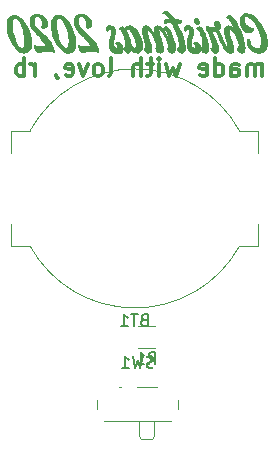
<source format=gbo>
%TF.GenerationSoftware,KiCad,Pcbnew,(5.1.8)-1*%
%TF.CreationDate,2020-11-17T19:57:04-05:00*%
%TF.ProjectId,drawing,64726177-696e-4672-9e6b-696361645f70,rev?*%
%TF.SameCoordinates,Original*%
%TF.FileFunction,Legend,Bot*%
%TF.FilePolarity,Positive*%
%FSLAX46Y46*%
G04 Gerber Fmt 4.6, Leading zero omitted, Abs format (unit mm)*
G04 Created by KiCad (PCBNEW (5.1.8)-1) date 2020-11-17 19:57:04*
%MOMM*%
%LPD*%
G01*
G04 APERTURE LIST*
%ADD10C,0.300000*%
%ADD11C,0.120000*%
%ADD12C,0.010000*%
%ADD13C,0.150000*%
G04 APERTURE END LIST*
D10*
X8792857Y16721428D02*
X8792857Y17721428D01*
X8792857Y17578571D02*
X8721428Y17650000D01*
X8578571Y17721428D01*
X8364285Y17721428D01*
X8221428Y17650000D01*
X8149999Y17507142D01*
X8149999Y16721428D01*
X8149999Y17507142D02*
X8078571Y17650000D01*
X7935714Y17721428D01*
X7721428Y17721428D01*
X7578571Y17650000D01*
X7507142Y17507142D01*
X7507142Y16721428D01*
X6149999Y16721428D02*
X6149999Y17507142D01*
X6221428Y17650000D01*
X6364285Y17721428D01*
X6649999Y17721428D01*
X6792857Y17650000D01*
X6149999Y16792857D02*
X6292857Y16721428D01*
X6649999Y16721428D01*
X6792857Y16792857D01*
X6864285Y16935714D01*
X6864285Y17078571D01*
X6792857Y17221428D01*
X6649999Y17292857D01*
X6292857Y17292857D01*
X6149999Y17364285D01*
X4792857Y16721428D02*
X4792857Y18221428D01*
X4792857Y16792857D02*
X4935714Y16721428D01*
X5221428Y16721428D01*
X5364285Y16792857D01*
X5435714Y16864285D01*
X5507142Y17007142D01*
X5507142Y17435714D01*
X5435714Y17578571D01*
X5364285Y17650000D01*
X5221428Y17721428D01*
X4935714Y17721428D01*
X4792857Y17650000D01*
X3507142Y16792857D02*
X3649999Y16721428D01*
X3935714Y16721428D01*
X4078571Y16792857D01*
X4149999Y16935714D01*
X4149999Y17507142D01*
X4078571Y17650000D01*
X3935714Y17721428D01*
X3649999Y17721428D01*
X3507142Y17650000D01*
X3435714Y17507142D01*
X3435714Y17364285D01*
X4149999Y17221428D01*
X1792857Y17721428D02*
X1507142Y16721428D01*
X1221428Y17435714D01*
X935714Y16721428D01*
X649999Y17721428D01*
X78571Y16721428D02*
X78571Y17721428D01*
X78571Y18221428D02*
X149999Y18150000D01*
X78571Y18078571D01*
X7142Y18150000D01*
X78571Y18221428D01*
X78571Y18078571D01*
X-421428Y17721428D02*
X-992857Y17721428D01*
X-635714Y18221428D02*
X-635714Y16935714D01*
X-707142Y16792857D01*
X-850000Y16721428D01*
X-992857Y16721428D01*
X-1492857Y16721428D02*
X-1492857Y18221428D01*
X-2135714Y16721428D02*
X-2135714Y17507142D01*
X-2064285Y17650000D01*
X-1921428Y17721428D01*
X-1707142Y17721428D01*
X-1564285Y17650000D01*
X-1492857Y17578571D01*
X-4207142Y16721428D02*
X-4064285Y16792857D01*
X-3992857Y16935714D01*
X-3992857Y18221428D01*
X-4992857Y16721428D02*
X-4850000Y16792857D01*
X-4778571Y16864285D01*
X-4707142Y17007142D01*
X-4707142Y17435714D01*
X-4778571Y17578571D01*
X-4850000Y17650000D01*
X-4992857Y17721428D01*
X-5207142Y17721428D01*
X-5350000Y17650000D01*
X-5421428Y17578571D01*
X-5492857Y17435714D01*
X-5492857Y17007142D01*
X-5421428Y16864285D01*
X-5350000Y16792857D01*
X-5207142Y16721428D01*
X-4992857Y16721428D01*
X-5992857Y17721428D02*
X-6350000Y16721428D01*
X-6707142Y17721428D01*
X-7850000Y16792857D02*
X-7707142Y16721428D01*
X-7421428Y16721428D01*
X-7278571Y16792857D01*
X-7207142Y16935714D01*
X-7207142Y17507142D01*
X-7278571Y17650000D01*
X-7421428Y17721428D01*
X-7707142Y17721428D01*
X-7850000Y17650000D01*
X-7921428Y17507142D01*
X-7921428Y17364285D01*
X-7207142Y17221428D01*
X-8635714Y16792857D02*
X-8635714Y16721428D01*
X-8564285Y16578571D01*
X-8492857Y16507142D01*
X-10421428Y16721428D02*
X-10421428Y17721428D01*
X-10421428Y17435714D02*
X-10492857Y17578571D01*
X-10564285Y17650000D01*
X-10707142Y17721428D01*
X-10850000Y17721428D01*
X-11350000Y16721428D02*
X-11350000Y18221428D01*
X-11350000Y17650000D02*
X-11492857Y17721428D01*
X-11778571Y17721428D01*
X-11921428Y17650000D01*
X-11992857Y17578571D01*
X-12064285Y17435714D01*
X-12064285Y17007142D01*
X-11992857Y16864285D01*
X-11921428Y16792857D01*
X-11778571Y16721428D01*
X-11492857Y16721428D01*
X-11350000Y16792857D01*
D11*
%TO.C,SW1*%
X-3150000Y-9630000D02*
X-3350000Y-9630000D01*
X-350000Y-13770000D02*
X-550000Y-13980000D01*
X-1650000Y-13770000D02*
X-1450000Y-13980000D01*
X-350000Y-12480000D02*
X-350000Y-13770000D01*
X-550000Y-13980000D02*
X-1450000Y-13980000D01*
X-1650000Y-13770000D02*
X-1650000Y-12480000D01*
X1100000Y-12480000D02*
X-4600000Y-12480000D01*
X-150000Y-9630000D02*
X-1850000Y-9630000D01*
X1700000Y-10680000D02*
X1700000Y-11470000D01*
X-5200000Y-11470000D02*
X-5200000Y-10680000D01*
%TO.C,R1*%
X-1727064Y-6310000D02*
X-272936Y-6310000D01*
X-1727064Y-4490000D02*
X-272936Y-4490000D01*
%TO.C,BT1*%
X8470000Y12085000D02*
X6862910Y12085000D01*
X-12470000Y12085000D02*
X-10862910Y12085000D01*
X8470000Y2315000D02*
X6862910Y2315000D01*
X8470000Y10200000D02*
X8470000Y12085000D01*
X-12470000Y10200000D02*
X-12470000Y12085000D01*
X8470000Y4200000D02*
X8470000Y2315000D01*
X-12470000Y4200000D02*
X-12470000Y2315000D01*
X-12470000Y2315000D02*
X-10862910Y2315000D01*
X-10862910Y2315000D02*
G75*
G03*
X6862910Y2315000I8862910J4885000D01*
G01*
X6865021Y12081168D02*
G75*
G03*
X-10862910Y12085000I-8865021J-4881168D01*
G01*
D12*
%TO.C,G\u002A\u002A\u002A*%
G36*
X3247201Y21599996D02*
G01*
X3320657Y21550416D01*
X3379973Y21478659D01*
X3420994Y21393623D01*
X3439566Y21304207D01*
X3431536Y21219310D01*
X3392748Y21147829D01*
X3386546Y21141288D01*
X3321721Y21098321D01*
X3250742Y21095421D01*
X3169776Y21132514D01*
X3163118Y21136958D01*
X3076014Y21209984D01*
X3025370Y21289832D01*
X3005443Y21386638D01*
X3004584Y21416746D01*
X3015225Y21514935D01*
X3048728Y21579081D01*
X3107460Y21612187D01*
X3163760Y21618500D01*
X3247201Y21599996D01*
G37*
X3247201Y21599996D02*
X3320657Y21550416D01*
X3379973Y21478659D01*
X3420994Y21393623D01*
X3439566Y21304207D01*
X3431536Y21219310D01*
X3392748Y21147829D01*
X3386546Y21141288D01*
X3321721Y21098321D01*
X3250742Y21095421D01*
X3169776Y21132514D01*
X3163118Y21136958D01*
X3076014Y21209984D01*
X3025370Y21289832D01*
X3005443Y21386638D01*
X3004584Y21416746D01*
X3015225Y21514935D01*
X3048728Y21579081D01*
X3107460Y21612187D01*
X3163760Y21618500D01*
X3247201Y21599996D01*
G36*
X-6393393Y21954528D02*
G01*
X-6219640Y21901093D01*
X-6156608Y21873747D01*
X-6010012Y21783216D01*
X-5884497Y21662158D01*
X-5785512Y21518324D01*
X-5718504Y21359465D01*
X-5690027Y21209901D01*
X-5688689Y21068146D01*
X-5711179Y20960338D01*
X-5759260Y20884293D01*
X-5834697Y20837828D01*
X-5939255Y20818759D01*
X-6005989Y20818959D01*
X-6080012Y20824583D01*
X-6136387Y20832476D01*
X-6162398Y20840676D01*
X-6164662Y20867113D01*
X-6156131Y20921692D01*
X-6140280Y20986459D01*
X-6117222Y21123253D01*
X-6120950Y21262249D01*
X-6148376Y21397114D01*
X-6196415Y21521515D01*
X-6261977Y21629120D01*
X-6341975Y21713595D01*
X-6433322Y21768608D01*
X-6531000Y21787833D01*
X-6630171Y21769304D01*
X-6708805Y21714893D01*
X-6765723Y21626368D01*
X-6799747Y21505493D01*
X-6809820Y21369859D01*
X-6804063Y21258356D01*
X-6784982Y21154457D01*
X-6749742Y21054017D01*
X-6695508Y20952894D01*
X-6619447Y20846944D01*
X-6518722Y20732024D01*
X-6390499Y20603991D01*
X-6231943Y20458700D01*
X-6118250Y20359078D01*
X-5882078Y20146055D01*
X-5682276Y19946149D01*
X-5516350Y19755686D01*
X-5381809Y19570994D01*
X-5276160Y19388397D01*
X-5196910Y19204224D01*
X-5141568Y19014800D01*
X-5116560Y18882708D01*
X-5107403Y18812172D01*
X-5111374Y18774964D01*
X-5135281Y18766973D01*
X-5185932Y18784093D01*
X-5239833Y18808306D01*
X-5324484Y18833120D01*
X-5443425Y18847597D01*
X-5589877Y18851673D01*
X-5757062Y18845281D01*
X-5938202Y18828357D01*
X-6031976Y18815911D01*
X-6146445Y18801383D01*
X-6264589Y18789993D01*
X-6368767Y18783292D01*
X-6415413Y18782166D01*
X-6523435Y18788697D01*
X-6601129Y18812341D01*
X-6659036Y18859178D01*
X-6707697Y18935288D01*
X-6718357Y18956874D01*
X-6737172Y19009110D01*
X-6754507Y19079146D01*
X-6769008Y19157079D01*
X-6779319Y19233006D01*
X-6784086Y19297024D01*
X-6781956Y19339232D01*
X-6772132Y19350025D01*
X-6653872Y19297930D01*
X-6541873Y19261966D01*
X-6425223Y19240379D01*
X-6293007Y19231416D01*
X-6134314Y19233321D01*
X-6065805Y19236477D01*
X-5964768Y19242401D01*
X-5880209Y19248479D01*
X-5820474Y19254028D01*
X-5793911Y19258370D01*
X-5793425Y19258685D01*
X-5797154Y19282506D01*
X-5821022Y19333357D01*
X-5860528Y19403843D01*
X-5911170Y19486573D01*
X-5968447Y19574152D01*
X-6027858Y19659188D01*
X-6076780Y19724083D01*
X-6133081Y19792113D01*
X-6211951Y19882757D01*
X-6306448Y19988276D01*
X-6409628Y20100934D01*
X-6514549Y20212993D01*
X-6531063Y20230380D01*
X-6681636Y20391346D01*
X-6804110Y20529281D01*
X-6902004Y20649300D01*
X-6978841Y20756517D01*
X-7038141Y20856048D01*
X-7083426Y20953008D01*
X-7118216Y21052512D01*
X-7132628Y21104241D01*
X-7155766Y21230714D01*
X-7164598Y21366218D01*
X-7159087Y21495438D01*
X-7139198Y21603059D01*
X-7133835Y21619677D01*
X-7068036Y21747888D01*
X-6973422Y21848639D01*
X-6854321Y21920804D01*
X-6715064Y21963258D01*
X-6559978Y21974874D01*
X-6393393Y21954528D01*
G37*
X-6393393Y21954528D02*
X-6219640Y21901093D01*
X-6156608Y21873747D01*
X-6010012Y21783216D01*
X-5884497Y21662158D01*
X-5785512Y21518324D01*
X-5718504Y21359465D01*
X-5690027Y21209901D01*
X-5688689Y21068146D01*
X-5711179Y20960338D01*
X-5759260Y20884293D01*
X-5834697Y20837828D01*
X-5939255Y20818759D01*
X-6005989Y20818959D01*
X-6080012Y20824583D01*
X-6136387Y20832476D01*
X-6162398Y20840676D01*
X-6164662Y20867113D01*
X-6156131Y20921692D01*
X-6140280Y20986459D01*
X-6117222Y21123253D01*
X-6120950Y21262249D01*
X-6148376Y21397114D01*
X-6196415Y21521515D01*
X-6261977Y21629120D01*
X-6341975Y21713595D01*
X-6433322Y21768608D01*
X-6531000Y21787833D01*
X-6630171Y21769304D01*
X-6708805Y21714893D01*
X-6765723Y21626368D01*
X-6799747Y21505493D01*
X-6809820Y21369859D01*
X-6804063Y21258356D01*
X-6784982Y21154457D01*
X-6749742Y21054017D01*
X-6695508Y20952894D01*
X-6619447Y20846944D01*
X-6518722Y20732024D01*
X-6390499Y20603991D01*
X-6231943Y20458700D01*
X-6118250Y20359078D01*
X-5882078Y20146055D01*
X-5682276Y19946149D01*
X-5516350Y19755686D01*
X-5381809Y19570994D01*
X-5276160Y19388397D01*
X-5196910Y19204224D01*
X-5141568Y19014800D01*
X-5116560Y18882708D01*
X-5107403Y18812172D01*
X-5111374Y18774964D01*
X-5135281Y18766973D01*
X-5185932Y18784093D01*
X-5239833Y18808306D01*
X-5324484Y18833120D01*
X-5443425Y18847597D01*
X-5589877Y18851673D01*
X-5757062Y18845281D01*
X-5938202Y18828357D01*
X-6031976Y18815911D01*
X-6146445Y18801383D01*
X-6264589Y18789993D01*
X-6368767Y18783292D01*
X-6415413Y18782166D01*
X-6523435Y18788697D01*
X-6601129Y18812341D01*
X-6659036Y18859178D01*
X-6707697Y18935288D01*
X-6718357Y18956874D01*
X-6737172Y19009110D01*
X-6754507Y19079146D01*
X-6769008Y19157079D01*
X-6779319Y19233006D01*
X-6784086Y19297024D01*
X-6781956Y19339232D01*
X-6772132Y19350025D01*
X-6653872Y19297930D01*
X-6541873Y19261966D01*
X-6425223Y19240379D01*
X-6293007Y19231416D01*
X-6134314Y19233321D01*
X-6065805Y19236477D01*
X-5964768Y19242401D01*
X-5880209Y19248479D01*
X-5820474Y19254028D01*
X-5793911Y19258370D01*
X-5793425Y19258685D01*
X-5797154Y19282506D01*
X-5821022Y19333357D01*
X-5860528Y19403843D01*
X-5911170Y19486573D01*
X-5968447Y19574152D01*
X-6027858Y19659188D01*
X-6076780Y19724083D01*
X-6133081Y19792113D01*
X-6211951Y19882757D01*
X-6306448Y19988276D01*
X-6409628Y20100934D01*
X-6514549Y20212993D01*
X-6531063Y20230380D01*
X-6681636Y20391346D01*
X-6804110Y20529281D01*
X-6902004Y20649300D01*
X-6978841Y20756517D01*
X-7038141Y20856048D01*
X-7083426Y20953008D01*
X-7118216Y21052512D01*
X-7132628Y21104241D01*
X-7155766Y21230714D01*
X-7164598Y21366218D01*
X-7159087Y21495438D01*
X-7139198Y21603059D01*
X-7133835Y21619677D01*
X-7068036Y21747888D01*
X-6973422Y21848639D01*
X-6854321Y21920804D01*
X-6715064Y21963258D01*
X-6559978Y21974874D01*
X-6393393Y21954528D01*
G36*
X-10161767Y21959414D02*
G01*
X-9996110Y21914530D01*
X-9840479Y21840936D01*
X-9703154Y21740324D01*
X-9668659Y21707078D01*
X-9582370Y21600206D01*
X-9514645Y21479727D01*
X-9466340Y21352349D01*
X-9438314Y21224779D01*
X-9431423Y21103724D01*
X-9446526Y20995893D01*
X-9484479Y20907993D01*
X-9546139Y20846732D01*
X-9557833Y20840073D01*
X-9600637Y20828609D01*
X-9667656Y20821586D01*
X-9745366Y20819082D01*
X-9820248Y20821172D01*
X-9878778Y20827935D01*
X-9906318Y20838096D01*
X-9907619Y20863224D01*
X-9899262Y20917200D01*
X-9883825Y20985177D01*
X-9862361Y21127166D01*
X-9867567Y21269517D01*
X-9896427Y21406093D01*
X-9945924Y21530759D01*
X-10013039Y21637377D01*
X-10094757Y21719811D01*
X-10188059Y21771925D01*
X-10278475Y21787833D01*
X-10376028Y21769111D01*
X-10453828Y21714361D01*
X-10510463Y21625708D01*
X-10544522Y21505277D01*
X-10554707Y21371787D01*
X-10549694Y21262328D01*
X-10532459Y21161239D01*
X-10500114Y21064229D01*
X-10449771Y20967010D01*
X-10378542Y20865291D01*
X-10283540Y20754783D01*
X-10161877Y20631197D01*
X-10010665Y20490243D01*
X-9887253Y20380318D01*
X-9699208Y20212101D01*
X-9541281Y20063688D01*
X-9409241Y19930139D01*
X-9298856Y19806514D01*
X-9205895Y19687875D01*
X-9126126Y19569282D01*
X-9055319Y19445795D01*
X-9009999Y19356237D01*
X-8974990Y19280050D01*
X-8946066Y19206413D01*
X-8920389Y19125777D01*
X-8895119Y19028594D01*
X-8867417Y18905316D01*
X-8847165Y18808625D01*
X-8845881Y18776195D01*
X-8863563Y18764777D01*
X-8905992Y18774359D01*
X-8978948Y18804928D01*
X-8986333Y18808306D01*
X-9070984Y18833120D01*
X-9189925Y18847597D01*
X-9336377Y18851673D01*
X-9503562Y18845281D01*
X-9684702Y18828357D01*
X-9778476Y18815911D01*
X-9892945Y18801383D01*
X-10011089Y18789993D01*
X-10115267Y18783292D01*
X-10161913Y18782166D01*
X-10269424Y18788540D01*
X-10346536Y18811759D01*
X-10403808Y18857968D01*
X-10451801Y18933315D01*
X-10463797Y18957870D01*
X-10482898Y19011104D01*
X-10500495Y19081706D01*
X-10515207Y19159796D01*
X-10525650Y19235491D01*
X-10530445Y19298913D01*
X-10528208Y19340179D01*
X-10518632Y19350025D01*
X-10400372Y19297930D01*
X-10288373Y19261966D01*
X-10171723Y19240379D01*
X-10039507Y19231416D01*
X-9880814Y19233321D01*
X-9812305Y19236477D01*
X-9711331Y19242359D01*
X-9626893Y19248326D01*
X-9567318Y19253712D01*
X-9540931Y19257854D01*
X-9540458Y19258153D01*
X-9545915Y19279104D01*
X-9567319Y19327731D01*
X-9600401Y19394517D01*
X-9609547Y19412085D01*
X-9663545Y19505562D01*
X-9731989Y19606530D01*
X-9818065Y19718895D01*
X-9924958Y19846562D01*
X-10055855Y19993437D01*
X-10213940Y20163427D01*
X-10273970Y20226680D01*
X-10443915Y20410063D01*
X-10582877Y20572397D01*
X-10693465Y20718390D01*
X-10778292Y20852751D01*
X-10839967Y20980188D01*
X-10881104Y21105412D01*
X-10904312Y21233130D01*
X-10912203Y21368050D01*
X-10912249Y21377714D01*
X-10897110Y21547924D01*
X-10850890Y21689630D01*
X-10773308Y21803368D01*
X-10664081Y21889678D01*
X-10636100Y21904875D01*
X-10490041Y21956279D01*
X-10329170Y21973894D01*
X-10161767Y21959414D01*
G37*
X-10161767Y21959414D02*
X-9996110Y21914530D01*
X-9840479Y21840936D01*
X-9703154Y21740324D01*
X-9668659Y21707078D01*
X-9582370Y21600206D01*
X-9514645Y21479727D01*
X-9466340Y21352349D01*
X-9438314Y21224779D01*
X-9431423Y21103724D01*
X-9446526Y20995893D01*
X-9484479Y20907993D01*
X-9546139Y20846732D01*
X-9557833Y20840073D01*
X-9600637Y20828609D01*
X-9667656Y20821586D01*
X-9745366Y20819082D01*
X-9820248Y20821172D01*
X-9878778Y20827935D01*
X-9906318Y20838096D01*
X-9907619Y20863224D01*
X-9899262Y20917200D01*
X-9883825Y20985177D01*
X-9862361Y21127166D01*
X-9867567Y21269517D01*
X-9896427Y21406093D01*
X-9945924Y21530759D01*
X-10013039Y21637377D01*
X-10094757Y21719811D01*
X-10188059Y21771925D01*
X-10278475Y21787833D01*
X-10376028Y21769111D01*
X-10453828Y21714361D01*
X-10510463Y21625708D01*
X-10544522Y21505277D01*
X-10554707Y21371787D01*
X-10549694Y21262328D01*
X-10532459Y21161239D01*
X-10500114Y21064229D01*
X-10449771Y20967010D01*
X-10378542Y20865291D01*
X-10283540Y20754783D01*
X-10161877Y20631197D01*
X-10010665Y20490243D01*
X-9887253Y20380318D01*
X-9699208Y20212101D01*
X-9541281Y20063688D01*
X-9409241Y19930139D01*
X-9298856Y19806514D01*
X-9205895Y19687875D01*
X-9126126Y19569282D01*
X-9055319Y19445795D01*
X-9009999Y19356237D01*
X-8974990Y19280050D01*
X-8946066Y19206413D01*
X-8920389Y19125777D01*
X-8895119Y19028594D01*
X-8867417Y18905316D01*
X-8847165Y18808625D01*
X-8845881Y18776195D01*
X-8863563Y18764777D01*
X-8905992Y18774359D01*
X-8978948Y18804928D01*
X-8986333Y18808306D01*
X-9070984Y18833120D01*
X-9189925Y18847597D01*
X-9336377Y18851673D01*
X-9503562Y18845281D01*
X-9684702Y18828357D01*
X-9778476Y18815911D01*
X-9892945Y18801383D01*
X-10011089Y18789993D01*
X-10115267Y18783292D01*
X-10161913Y18782166D01*
X-10269424Y18788540D01*
X-10346536Y18811759D01*
X-10403808Y18857968D01*
X-10451801Y18933315D01*
X-10463797Y18957870D01*
X-10482898Y19011104D01*
X-10500495Y19081706D01*
X-10515207Y19159796D01*
X-10525650Y19235491D01*
X-10530445Y19298913D01*
X-10528208Y19340179D01*
X-10518632Y19350025D01*
X-10400372Y19297930D01*
X-10288373Y19261966D01*
X-10171723Y19240379D01*
X-10039507Y19231416D01*
X-9880814Y19233321D01*
X-9812305Y19236477D01*
X-9711331Y19242359D01*
X-9626893Y19248326D01*
X-9567318Y19253712D01*
X-9540931Y19257854D01*
X-9540458Y19258153D01*
X-9545915Y19279104D01*
X-9567319Y19327731D01*
X-9600401Y19394517D01*
X-9609547Y19412085D01*
X-9663545Y19505562D01*
X-9731989Y19606530D01*
X-9818065Y19718895D01*
X-9924958Y19846562D01*
X-10055855Y19993437D01*
X-10213940Y20163427D01*
X-10273970Y20226680D01*
X-10443915Y20410063D01*
X-10582877Y20572397D01*
X-10693465Y20718390D01*
X-10778292Y20852751D01*
X-10839967Y20980188D01*
X-10881104Y21105412D01*
X-10904312Y21233130D01*
X-10912203Y21368050D01*
X-10912249Y21377714D01*
X-10897110Y21547924D01*
X-10850890Y21689630D01*
X-10773308Y21803368D01*
X-10664081Y21889678D01*
X-10636100Y21904875D01*
X-10490041Y21956279D01*
X-10329170Y21973894D01*
X-10161767Y21959414D01*
G36*
X7595595Y22006762D02*
G01*
X7749878Y21957257D01*
X7909161Y21877194D01*
X8070698Y21767559D01*
X8231739Y21629337D01*
X8389534Y21463514D01*
X8541336Y21271074D01*
X8600221Y21186180D01*
X8754134Y20937329D01*
X8885358Y20687060D01*
X8993568Y20438461D01*
X9078443Y20194620D01*
X9139658Y19958626D01*
X9176890Y19733567D01*
X9189817Y19522531D01*
X9178115Y19328607D01*
X9141461Y19154883D01*
X9079532Y19004447D01*
X8992005Y18880387D01*
X8878557Y18785793D01*
X8852947Y18770802D01*
X8797028Y18742325D01*
X8745911Y18723764D01*
X8687335Y18712649D01*
X8609041Y18706505D01*
X8518500Y18703364D01*
X8395551Y18702651D01*
X8301645Y18708796D01*
X8223867Y18723043D01*
X8179597Y18735989D01*
X7987924Y18820128D01*
X7819493Y18936658D01*
X7678346Y19081533D01*
X7568527Y19250710D01*
X7501741Y19414104D01*
X7471282Y19544924D01*
X7463187Y19662068D01*
X7476594Y19759562D01*
X7510641Y19831431D01*
X7564468Y19871700D01*
X7567899Y19872852D01*
X7610737Y19876584D01*
X7640839Y19852144D01*
X7662275Y19794225D01*
X7673663Y19735019D01*
X7716938Y19574658D01*
X7790992Y19427122D01*
X7890314Y19298379D01*
X8009394Y19194402D01*
X8142719Y19121160D01*
X8272569Y19086146D01*
X8390756Y19087248D01*
X8489740Y19124019D01*
X8569060Y19194170D01*
X8628260Y19295413D01*
X8666881Y19425460D01*
X8684464Y19582023D01*
X8680552Y19762813D01*
X8654686Y19965543D01*
X8606408Y20187924D01*
X8539000Y20416415D01*
X8420080Y20730169D01*
X8281651Y21012468D01*
X8125133Y21260884D01*
X7951943Y21472988D01*
X7879093Y21546381D01*
X7747504Y21657858D01*
X7621594Y21738189D01*
X7505167Y21785688D01*
X7402029Y21798670D01*
X7338481Y21785830D01*
X7286525Y21745375D01*
X7245293Y21673559D01*
X7218635Y21580793D01*
X7210397Y21477488D01*
X7212243Y21444313D01*
X7246942Y21282053D01*
X7317813Y21137654D01*
X7421293Y21014379D01*
X7553817Y20915489D01*
X7711821Y20844249D01*
X7891742Y20803920D01*
X7914657Y20801310D01*
X7988719Y20792616D01*
X8028943Y20783130D01*
X8043708Y20768923D01*
X8041394Y20746068D01*
X8040320Y20742402D01*
X7997085Y20648250D01*
X7929983Y20556844D01*
X7850305Y20481090D01*
X7770997Y20434513D01*
X7653039Y20410415D01*
X7522513Y20417652D01*
X7392506Y20453883D01*
X7276106Y20516769D01*
X7264982Y20524994D01*
X7143716Y20641950D01*
X7044763Y20786463D01*
X6969829Y20950702D01*
X6920621Y21126834D01*
X6898848Y21307029D01*
X6906216Y21483455D01*
X6944433Y21648280D01*
X6995422Y21761431D01*
X7083462Y21879496D01*
X7190248Y21962076D01*
X7313032Y22010156D01*
X7449064Y22024723D01*
X7595595Y22006762D01*
G37*
X7595595Y22006762D02*
X7749878Y21957257D01*
X7909161Y21877194D01*
X8070698Y21767559D01*
X8231739Y21629337D01*
X8389534Y21463514D01*
X8541336Y21271074D01*
X8600221Y21186180D01*
X8754134Y20937329D01*
X8885358Y20687060D01*
X8993568Y20438461D01*
X9078443Y20194620D01*
X9139658Y19958626D01*
X9176890Y19733567D01*
X9189817Y19522531D01*
X9178115Y19328607D01*
X9141461Y19154883D01*
X9079532Y19004447D01*
X8992005Y18880387D01*
X8878557Y18785793D01*
X8852947Y18770802D01*
X8797028Y18742325D01*
X8745911Y18723764D01*
X8687335Y18712649D01*
X8609041Y18706505D01*
X8518500Y18703364D01*
X8395551Y18702651D01*
X8301645Y18708796D01*
X8223867Y18723043D01*
X8179597Y18735989D01*
X7987924Y18820128D01*
X7819493Y18936658D01*
X7678346Y19081533D01*
X7568527Y19250710D01*
X7501741Y19414104D01*
X7471282Y19544924D01*
X7463187Y19662068D01*
X7476594Y19759562D01*
X7510641Y19831431D01*
X7564468Y19871700D01*
X7567899Y19872852D01*
X7610737Y19876584D01*
X7640839Y19852144D01*
X7662275Y19794225D01*
X7673663Y19735019D01*
X7716938Y19574658D01*
X7790992Y19427122D01*
X7890314Y19298379D01*
X8009394Y19194402D01*
X8142719Y19121160D01*
X8272569Y19086146D01*
X8390756Y19087248D01*
X8489740Y19124019D01*
X8569060Y19194170D01*
X8628260Y19295413D01*
X8666881Y19425460D01*
X8684464Y19582023D01*
X8680552Y19762813D01*
X8654686Y19965543D01*
X8606408Y20187924D01*
X8539000Y20416415D01*
X8420080Y20730169D01*
X8281651Y21012468D01*
X8125133Y21260884D01*
X7951943Y21472988D01*
X7879093Y21546381D01*
X7747504Y21657858D01*
X7621594Y21738189D01*
X7505167Y21785688D01*
X7402029Y21798670D01*
X7338481Y21785830D01*
X7286525Y21745375D01*
X7245293Y21673559D01*
X7218635Y21580793D01*
X7210397Y21477488D01*
X7212243Y21444313D01*
X7246942Y21282053D01*
X7317813Y21137654D01*
X7421293Y21014379D01*
X7553817Y20915489D01*
X7711821Y20844249D01*
X7891742Y20803920D01*
X7914657Y20801310D01*
X7988719Y20792616D01*
X8028943Y20783130D01*
X8043708Y20768923D01*
X8041394Y20746068D01*
X8040320Y20742402D01*
X7997085Y20648250D01*
X7929983Y20556844D01*
X7850305Y20481090D01*
X7770997Y20434513D01*
X7653039Y20410415D01*
X7522513Y20417652D01*
X7392506Y20453883D01*
X7276106Y20516769D01*
X7264982Y20524994D01*
X7143716Y20641950D01*
X7044763Y20786463D01*
X6969829Y20950702D01*
X6920621Y21126834D01*
X6898848Y21307029D01*
X6906216Y21483455D01*
X6944433Y21648280D01*
X6995422Y21761431D01*
X7083462Y21879496D01*
X7190248Y21962076D01*
X7313032Y22010156D01*
X7449064Y22024723D01*
X7595595Y22006762D01*
G36*
X6051633Y21851647D02*
G01*
X6144459Y21802405D01*
X6244282Y21716063D01*
X6349150Y21596898D01*
X6457110Y21449186D01*
X6566211Y21277204D01*
X6674501Y21085230D01*
X6780028Y20877539D01*
X6880841Y20658408D01*
X6974987Y20432115D01*
X7060515Y20202935D01*
X7135472Y19975146D01*
X7197908Y19753025D01*
X7245870Y19540848D01*
X7277406Y19342891D01*
X7290564Y19163433D01*
X7290834Y19136391D01*
X7283769Y18989358D01*
X7261484Y18876292D01*
X7222343Y18791065D01*
X7187003Y18747609D01*
X7152395Y18717572D01*
X7116324Y18702455D01*
X7064390Y18698718D01*
X7000044Y18701650D01*
X6922571Y18709114D01*
X6869871Y18724224D01*
X6824380Y18754336D01*
X6783001Y18792586D01*
X6730097Y18853544D01*
X6686072Y18921009D01*
X6655065Y18985815D01*
X6641213Y19038795D01*
X6648655Y19070781D01*
X6655579Y19074887D01*
X6722285Y19118910D01*
X6768666Y19198560D01*
X6792618Y19304452D01*
X6795592Y19383046D01*
X6785626Y19469394D01*
X6761029Y19568831D01*
X6720107Y19686691D01*
X6661166Y19828308D01*
X6582513Y19999017D01*
X6551892Y20062750D01*
X6446481Y20266336D01*
X6345738Y20432596D01*
X6250396Y20560629D01*
X6161188Y20649535D01*
X6078846Y20698414D01*
X6026219Y20708333D01*
X5986125Y20702151D01*
X5958378Y20681343D01*
X5943289Y20642518D01*
X5941173Y20582284D01*
X5952342Y20497250D01*
X5977111Y20384024D01*
X6015791Y20239214D01*
X6068697Y20059429D01*
X6093706Y19977634D01*
X6157188Y19769035D01*
X6208075Y19595255D01*
X6247579Y19451092D01*
X6276911Y19331347D01*
X6297283Y19230819D01*
X6309907Y19144308D01*
X6315994Y19066613D01*
X6317019Y19019240D01*
X6307597Y18887037D01*
X6278700Y18791209D01*
X6229814Y18730282D01*
X6212506Y18719294D01*
X6148961Y18701539D01*
X6062089Y18697330D01*
X5968354Y18705766D01*
X5884221Y18725947D01*
X5853233Y18738949D01*
X5758454Y18805073D01*
X5657591Y18907827D01*
X5553865Y19042543D01*
X5450495Y19204553D01*
X5350701Y19389187D01*
X5257705Y19591779D01*
X5246671Y19618250D01*
X5212977Y19703239D01*
X5169806Y19816960D01*
X5121358Y19948086D01*
X5071834Y20085287D01*
X5038675Y20179166D01*
X4909204Y20549583D01*
X4761227Y20550281D01*
X4669697Y20553238D01*
X4580505Y20560223D01*
X4522356Y20568175D01*
X4431462Y20585370D01*
X4539885Y20387560D01*
X4678008Y20125645D01*
X4797247Y19878969D01*
X4896385Y19650704D01*
X4974204Y19444019D01*
X5029485Y19262085D01*
X5061011Y19108073D01*
X5068334Y19012042D01*
X5057822Y18907778D01*
X5029149Y18816729D01*
X4986608Y18749417D01*
X4949773Y18721541D01*
X4859745Y18698694D01*
X4755732Y18699014D01*
X4656853Y18721011D01*
X4600484Y18748810D01*
X4517304Y18821116D01*
X4455858Y18914434D01*
X4422224Y18995324D01*
X4405510Y19048079D01*
X4405351Y19072280D01*
X4422056Y19078466D01*
X4424651Y19078500D01*
X4460345Y19092531D01*
X4504531Y19126690D01*
X4508379Y19130454D01*
X4536281Y19165489D01*
X4554921Y19208053D01*
X4563490Y19261121D01*
X4561173Y19327666D01*
X4547161Y19410662D01*
X4520640Y19513084D01*
X4480800Y19637905D01*
X4426828Y19788100D01*
X4357913Y19966643D01*
X4273243Y20176508D01*
X4172006Y20420668D01*
X4126888Y20528133D01*
X4069858Y20672995D01*
X4031967Y20790448D01*
X4013811Y20877957D01*
X4015988Y20932983D01*
X4027758Y20949643D01*
X4057405Y20950895D01*
X4116764Y20942067D01*
X4194915Y20924957D01*
X4226044Y20916984D01*
X4306913Y20899854D01*
X4405376Y20885543D01*
X4512145Y20874599D01*
X4617931Y20867573D01*
X4713443Y20865014D01*
X4789393Y20867470D01*
X4836491Y20875491D01*
X4845170Y20880380D01*
X4840069Y20901862D01*
X4811335Y20940015D01*
X4795673Y20956570D01*
X4735805Y21044698D01*
X4713004Y21148163D01*
X4728863Y21259202D01*
X4731798Y21268032D01*
X4774775Y21344859D01*
X4834256Y21387839D01*
X4904259Y21398993D01*
X4978799Y21380339D01*
X5051891Y21333896D01*
X5117551Y21261684D01*
X5169795Y21165721D01*
X5187657Y21114217D01*
X5211569Y20969762D01*
X5195528Y20838733D01*
X5144158Y20728335D01*
X5087870Y20643278D01*
X5165639Y20416514D01*
X5260868Y20153811D01*
X5358247Y19913698D01*
X5456020Y19699665D01*
X5552433Y19515196D01*
X5645731Y19363781D01*
X5734158Y19248907D01*
X5773655Y19208421D01*
X5827526Y19158425D01*
X5840682Y19229587D01*
X5841702Y19280664D01*
X5830624Y19360653D01*
X5806941Y19471682D01*
X5770144Y19615874D01*
X5719728Y19795357D01*
X5655185Y20012255D01*
X5649483Y20031000D01*
X5614640Y20149335D01*
X5591368Y20241906D01*
X5577319Y20322926D01*
X5570146Y20406612D01*
X5567500Y20507178D01*
X5567321Y20528416D01*
X5567726Y20636647D01*
X5571584Y20712719D01*
X5580279Y20766754D01*
X5595193Y20808876D01*
X5609228Y20835261D01*
X5685028Y20926092D01*
X5781816Y20983562D01*
X5891763Y21005323D01*
X6007041Y20989027D01*
X6056753Y20969519D01*
X6143896Y20913227D01*
X6240696Y20825026D01*
X6340315Y20711996D01*
X6435912Y20581214D01*
X6444404Y20568326D01*
X6502650Y20479463D01*
X6540072Y20424427D01*
X6558932Y20401557D01*
X6561491Y20409195D01*
X6550011Y20445682D01*
X6527484Y20507379D01*
X6443697Y20718499D01*
X6353105Y20919340D01*
X6258416Y21105446D01*
X6162337Y21272365D01*
X6067577Y21415642D01*
X5976843Y21530824D01*
X5892843Y21613456D01*
X5830345Y21654054D01*
X5771746Y21685860D01*
X5749687Y21715876D01*
X5760075Y21754182D01*
X5778183Y21782503D01*
X5836130Y21831853D01*
X5917410Y21859540D01*
X6006974Y21861758D01*
X6051633Y21851647D01*
G37*
X6051633Y21851647D02*
X6144459Y21802405D01*
X6244282Y21716063D01*
X6349150Y21596898D01*
X6457110Y21449186D01*
X6566211Y21277204D01*
X6674501Y21085230D01*
X6780028Y20877539D01*
X6880841Y20658408D01*
X6974987Y20432115D01*
X7060515Y20202935D01*
X7135472Y19975146D01*
X7197908Y19753025D01*
X7245870Y19540848D01*
X7277406Y19342891D01*
X7290564Y19163433D01*
X7290834Y19136391D01*
X7283769Y18989358D01*
X7261484Y18876292D01*
X7222343Y18791065D01*
X7187003Y18747609D01*
X7152395Y18717572D01*
X7116324Y18702455D01*
X7064390Y18698718D01*
X7000044Y18701650D01*
X6922571Y18709114D01*
X6869871Y18724224D01*
X6824380Y18754336D01*
X6783001Y18792586D01*
X6730097Y18853544D01*
X6686072Y18921009D01*
X6655065Y18985815D01*
X6641213Y19038795D01*
X6648655Y19070781D01*
X6655579Y19074887D01*
X6722285Y19118910D01*
X6768666Y19198560D01*
X6792618Y19304452D01*
X6795592Y19383046D01*
X6785626Y19469394D01*
X6761029Y19568831D01*
X6720107Y19686691D01*
X6661166Y19828308D01*
X6582513Y19999017D01*
X6551892Y20062750D01*
X6446481Y20266336D01*
X6345738Y20432596D01*
X6250396Y20560629D01*
X6161188Y20649535D01*
X6078846Y20698414D01*
X6026219Y20708333D01*
X5986125Y20702151D01*
X5958378Y20681343D01*
X5943289Y20642518D01*
X5941173Y20582284D01*
X5952342Y20497250D01*
X5977111Y20384024D01*
X6015791Y20239214D01*
X6068697Y20059429D01*
X6093706Y19977634D01*
X6157188Y19769035D01*
X6208075Y19595255D01*
X6247579Y19451092D01*
X6276911Y19331347D01*
X6297283Y19230819D01*
X6309907Y19144308D01*
X6315994Y19066613D01*
X6317019Y19019240D01*
X6307597Y18887037D01*
X6278700Y18791209D01*
X6229814Y18730282D01*
X6212506Y18719294D01*
X6148961Y18701539D01*
X6062089Y18697330D01*
X5968354Y18705766D01*
X5884221Y18725947D01*
X5853233Y18738949D01*
X5758454Y18805073D01*
X5657591Y18907827D01*
X5553865Y19042543D01*
X5450495Y19204553D01*
X5350701Y19389187D01*
X5257705Y19591779D01*
X5246671Y19618250D01*
X5212977Y19703239D01*
X5169806Y19816960D01*
X5121358Y19948086D01*
X5071834Y20085287D01*
X5038675Y20179166D01*
X4909204Y20549583D01*
X4761227Y20550281D01*
X4669697Y20553238D01*
X4580505Y20560223D01*
X4522356Y20568175D01*
X4431462Y20585370D01*
X4539885Y20387560D01*
X4678008Y20125645D01*
X4797247Y19878969D01*
X4896385Y19650704D01*
X4974204Y19444019D01*
X5029485Y19262085D01*
X5061011Y19108073D01*
X5068334Y19012042D01*
X5057822Y18907778D01*
X5029149Y18816729D01*
X4986608Y18749417D01*
X4949773Y18721541D01*
X4859745Y18698694D01*
X4755732Y18699014D01*
X4656853Y18721011D01*
X4600484Y18748810D01*
X4517304Y18821116D01*
X4455858Y18914434D01*
X4422224Y18995324D01*
X4405510Y19048079D01*
X4405351Y19072280D01*
X4422056Y19078466D01*
X4424651Y19078500D01*
X4460345Y19092531D01*
X4504531Y19126690D01*
X4508379Y19130454D01*
X4536281Y19165489D01*
X4554921Y19208053D01*
X4563490Y19261121D01*
X4561173Y19327666D01*
X4547161Y19410662D01*
X4520640Y19513084D01*
X4480800Y19637905D01*
X4426828Y19788100D01*
X4357913Y19966643D01*
X4273243Y20176508D01*
X4172006Y20420668D01*
X4126888Y20528133D01*
X4069858Y20672995D01*
X4031967Y20790448D01*
X4013811Y20877957D01*
X4015988Y20932983D01*
X4027758Y20949643D01*
X4057405Y20950895D01*
X4116764Y20942067D01*
X4194915Y20924957D01*
X4226044Y20916984D01*
X4306913Y20899854D01*
X4405376Y20885543D01*
X4512145Y20874599D01*
X4617931Y20867573D01*
X4713443Y20865014D01*
X4789393Y20867470D01*
X4836491Y20875491D01*
X4845170Y20880380D01*
X4840069Y20901862D01*
X4811335Y20940015D01*
X4795673Y20956570D01*
X4735805Y21044698D01*
X4713004Y21148163D01*
X4728863Y21259202D01*
X4731798Y21268032D01*
X4774775Y21344859D01*
X4834256Y21387839D01*
X4904259Y21398993D01*
X4978799Y21380339D01*
X5051891Y21333896D01*
X5117551Y21261684D01*
X5169795Y21165721D01*
X5187657Y21114217D01*
X5211569Y20969762D01*
X5195528Y20838733D01*
X5144158Y20728335D01*
X5087870Y20643278D01*
X5165639Y20416514D01*
X5260868Y20153811D01*
X5358247Y19913698D01*
X5456020Y19699665D01*
X5552433Y19515196D01*
X5645731Y19363781D01*
X5734158Y19248907D01*
X5773655Y19208421D01*
X5827526Y19158425D01*
X5840682Y19229587D01*
X5841702Y19280664D01*
X5830624Y19360653D01*
X5806941Y19471682D01*
X5770144Y19615874D01*
X5719728Y19795357D01*
X5655185Y20012255D01*
X5649483Y20031000D01*
X5614640Y20149335D01*
X5591368Y20241906D01*
X5577319Y20322926D01*
X5570146Y20406612D01*
X5567500Y20507178D01*
X5567321Y20528416D01*
X5567726Y20636647D01*
X5571584Y20712719D01*
X5580279Y20766754D01*
X5595193Y20808876D01*
X5609228Y20835261D01*
X5685028Y20926092D01*
X5781816Y20983562D01*
X5891763Y21005323D01*
X6007041Y20989027D01*
X6056753Y20969519D01*
X6143896Y20913227D01*
X6240696Y20825026D01*
X6340315Y20711996D01*
X6435912Y20581214D01*
X6444404Y20568326D01*
X6502650Y20479463D01*
X6540072Y20424427D01*
X6558932Y20401557D01*
X6561491Y20409195D01*
X6550011Y20445682D01*
X6527484Y20507379D01*
X6443697Y20718499D01*
X6353105Y20919340D01*
X6258416Y21105446D01*
X6162337Y21272365D01*
X6067577Y21415642D01*
X5976843Y21530824D01*
X5892843Y21613456D01*
X5830345Y21654054D01*
X5771746Y21685860D01*
X5749687Y21715876D01*
X5760075Y21754182D01*
X5778183Y21782503D01*
X5836130Y21831853D01*
X5917410Y21859540D01*
X6006974Y21861758D01*
X6051633Y21851647D01*
G36*
X683949Y22211817D02*
G01*
X801357Y22152551D01*
X926437Y22053574D01*
X1059810Y21914389D01*
X1202099Y21734498D01*
X1211825Y21721173D01*
X1259643Y21654549D01*
X1296696Y21605713D01*
X1330555Y21571127D01*
X1368790Y21547253D01*
X1418972Y21530553D01*
X1488673Y21517488D01*
X1585464Y21504520D01*
X1708125Y21489230D01*
X1802676Y21476604D01*
X1862874Y21465865D01*
X1896430Y21454167D01*
X1911060Y21438663D01*
X1914477Y21416508D01*
X1914500Y21413078D01*
X1906323Y21360204D01*
X1886273Y21295912D01*
X1882615Y21286829D01*
X1850731Y21210518D01*
X1689993Y21225084D01*
X1615103Y21229938D01*
X1561034Y21229714D01*
X1537315Y21224562D01*
X1537152Y21222700D01*
X1548734Y21198808D01*
X1575644Y21143719D01*
X1614553Y21064238D01*
X1662132Y20967167D01*
X1695653Y20898833D01*
X1842892Y20581796D01*
X1970110Y20272764D01*
X2073438Y19981365D01*
X2103859Y19883252D01*
X2165968Y19648899D01*
X2208020Y19433472D01*
X2230019Y19239927D01*
X2231966Y19071219D01*
X2213865Y18930305D01*
X2175721Y18820142D01*
X2117536Y18743684D01*
X2102581Y18732054D01*
X2047677Y18710879D01*
X1969128Y18700034D01*
X1884542Y18700355D01*
X1811528Y18712674D01*
X1797417Y18717615D01*
X1747469Y18749347D01*
X1694742Y18801082D01*
X1644376Y18864601D01*
X1601514Y18931685D01*
X1571296Y18994116D01*
X1558865Y19043673D01*
X1569362Y19072139D01*
X1574202Y19074428D01*
X1606802Y19093294D01*
X1651980Y19127853D01*
X1656629Y19131807D01*
X1683903Y19158444D01*
X1701288Y19188297D01*
X1711562Y19231785D01*
X1717500Y19299321D01*
X1720800Y19372591D01*
X1715708Y19554442D01*
X1686622Y19757512D01*
X1632751Y19986164D01*
X1574566Y20180293D01*
X1531121Y20304818D01*
X1474025Y20454037D01*
X1408206Y20616252D01*
X1338589Y20779765D01*
X1270101Y20932879D01*
X1207669Y21063897D01*
X1178345Y21121083D01*
X1099584Y21269250D01*
X907568Y21266522D01*
X751999Y21258723D01*
X611881Y21240928D01*
X498596Y21214740D01*
X469828Y21204833D01*
X446332Y21201846D01*
X435499Y21222905D01*
X432834Y21276980D01*
X432834Y21278620D01*
X446955Y21385536D01*
X490514Y21465159D01*
X565304Y21518908D01*
X673117Y21548206D01*
X781404Y21555000D01*
X851670Y21556703D01*
X901446Y21561161D01*
X919667Y21567191D01*
X907666Y21588719D01*
X876012Y21634191D01*
X831234Y21694283D01*
X825300Y21702019D01*
X725220Y21820122D01*
X621677Y21920979D01*
X522192Y21998067D01*
X434288Y22044861D01*
X427022Y22047424D01*
X337584Y22077363D01*
X414842Y22154848D01*
X471431Y22204377D01*
X521772Y22227192D01*
X573592Y22231868D01*
X683949Y22211817D01*
G37*
X683949Y22211817D02*
X801357Y22152551D01*
X926437Y22053574D01*
X1059810Y21914389D01*
X1202099Y21734498D01*
X1211825Y21721173D01*
X1259643Y21654549D01*
X1296696Y21605713D01*
X1330555Y21571127D01*
X1368790Y21547253D01*
X1418972Y21530553D01*
X1488673Y21517488D01*
X1585464Y21504520D01*
X1708125Y21489230D01*
X1802676Y21476604D01*
X1862874Y21465865D01*
X1896430Y21454167D01*
X1911060Y21438663D01*
X1914477Y21416508D01*
X1914500Y21413078D01*
X1906323Y21360204D01*
X1886273Y21295912D01*
X1882615Y21286829D01*
X1850731Y21210518D01*
X1689993Y21225084D01*
X1615103Y21229938D01*
X1561034Y21229714D01*
X1537315Y21224562D01*
X1537152Y21222700D01*
X1548734Y21198808D01*
X1575644Y21143719D01*
X1614553Y21064238D01*
X1662132Y20967167D01*
X1695653Y20898833D01*
X1842892Y20581796D01*
X1970110Y20272764D01*
X2073438Y19981365D01*
X2103859Y19883252D01*
X2165968Y19648899D01*
X2208020Y19433472D01*
X2230019Y19239927D01*
X2231966Y19071219D01*
X2213865Y18930305D01*
X2175721Y18820142D01*
X2117536Y18743684D01*
X2102581Y18732054D01*
X2047677Y18710879D01*
X1969128Y18700034D01*
X1884542Y18700355D01*
X1811528Y18712674D01*
X1797417Y18717615D01*
X1747469Y18749347D01*
X1694742Y18801082D01*
X1644376Y18864601D01*
X1601514Y18931685D01*
X1571296Y18994116D01*
X1558865Y19043673D01*
X1569362Y19072139D01*
X1574202Y19074428D01*
X1606802Y19093294D01*
X1651980Y19127853D01*
X1656629Y19131807D01*
X1683903Y19158444D01*
X1701288Y19188297D01*
X1711562Y19231785D01*
X1717500Y19299321D01*
X1720800Y19372591D01*
X1715708Y19554442D01*
X1686622Y19757512D01*
X1632751Y19986164D01*
X1574566Y20180293D01*
X1531121Y20304818D01*
X1474025Y20454037D01*
X1408206Y20616252D01*
X1338589Y20779765D01*
X1270101Y20932879D01*
X1207669Y21063897D01*
X1178345Y21121083D01*
X1099584Y21269250D01*
X907568Y21266522D01*
X751999Y21258723D01*
X611881Y21240928D01*
X498596Y21214740D01*
X469828Y21204833D01*
X446332Y21201846D01*
X435499Y21222905D01*
X432834Y21276980D01*
X432834Y21278620D01*
X446955Y21385536D01*
X490514Y21465159D01*
X565304Y21518908D01*
X673117Y21548206D01*
X781404Y21555000D01*
X851670Y21556703D01*
X901446Y21561161D01*
X919667Y21567191D01*
X907666Y21588719D01*
X876012Y21634191D01*
X831234Y21694283D01*
X825300Y21702019D01*
X725220Y21820122D01*
X621677Y21920979D01*
X522192Y21998067D01*
X434288Y22044861D01*
X427022Y22047424D01*
X337584Y22077363D01*
X414842Y22154848D01*
X471431Y22204377D01*
X521772Y22227192D01*
X573592Y22231868D01*
X683949Y22211817D01*
G36*
X-11212Y20993283D02*
G01*
X95605Y20944804D01*
X206093Y20857185D01*
X322222Y20732608D01*
X440991Y20575559D01*
X559400Y20390522D01*
X674446Y20181983D01*
X783130Y19954425D01*
X827477Y19851083D01*
X858299Y19781493D01*
X882330Y19736177D01*
X896127Y19721184D01*
X898113Y19727058D01*
X892130Y19776118D01*
X875604Y19854496D01*
X851461Y19951376D01*
X822628Y20055942D01*
X792029Y20157379D01*
X762591Y20244869D01*
X747186Y20285000D01*
X693438Y20402898D01*
X634277Y20511730D01*
X574132Y20605074D01*
X517430Y20676509D01*
X468600Y20719613D01*
X440706Y20729500D01*
X408490Y20740782D01*
X404810Y20769598D01*
X424099Y20808398D01*
X460791Y20849635D01*
X509317Y20885760D01*
X564111Y20909225D01*
X575077Y20911687D01*
X658913Y20911071D01*
X740132Y20875273D01*
X822463Y20801985D01*
X890510Y20716388D01*
X999189Y20540962D01*
X1100419Y20333502D01*
X1191048Y20104089D01*
X1267927Y19862804D01*
X1327905Y19619728D01*
X1367832Y19384940D01*
X1384559Y19168523D01*
X1384869Y19134421D01*
X1378347Y18981002D01*
X1358141Y18864693D01*
X1322162Y18781893D01*
X1268321Y18728996D01*
X1194532Y18702400D01*
X1131674Y18697500D01*
X1018589Y18715471D01*
X922865Y18770251D01*
X842808Y18863142D01*
X792353Y18957863D01*
X747638Y19058948D01*
X796029Y19098133D01*
X820626Y19120424D01*
X832978Y19144375D01*
X834408Y19181295D01*
X826239Y19242497D01*
X818375Y19289198D01*
X787643Y19426462D01*
X741523Y19576791D01*
X714353Y19650000D01*
X898500Y19650000D01*
X906245Y19632577D01*
X912611Y19635889D01*
X915145Y19661009D01*
X912611Y19664111D01*
X900028Y19661205D01*
X898500Y19650000D01*
X714353Y19650000D01*
X682723Y19735221D01*
X613954Y19896788D01*
X537926Y20056528D01*
X457348Y20209478D01*
X374930Y20350672D01*
X293383Y20475148D01*
X215415Y20577941D01*
X143737Y20654088D01*
X81058Y20698624D01*
X43678Y20708333D01*
X17428Y20701933D01*
X1035Y20680572D01*
X-4916Y20641013D01*
X164Y20580016D01*
X16862Y20494343D01*
X45765Y20380755D01*
X87462Y20236013D01*
X142539Y20056880D01*
X187675Y19914583D01*
X254716Y19699218D01*
X306841Y19517811D01*
X345243Y19365172D01*
X371116Y19236110D01*
X385651Y19125434D01*
X390042Y19034033D01*
X382724Y18903488D01*
X357750Y18808624D01*
X312061Y18745388D01*
X242598Y18709724D01*
X146303Y18697578D01*
X136194Y18697500D01*
X12616Y18714594D01*
X-88909Y18766932D01*
X-170827Y18856094D01*
X-207592Y18919750D01*
X-244452Y19001513D01*
X-257615Y19052311D01*
X-247707Y19075824D01*
X-234661Y19078500D01*
X-195984Y19096610D01*
X-176914Y19148956D01*
X-176879Y19232555D01*
X-195308Y19344428D01*
X-231629Y19481594D01*
X-285270Y19641074D01*
X-355661Y19819886D01*
X-393876Y19908647D01*
X-488377Y20110446D01*
X-541583Y20210916D01*
X-350333Y20210916D01*
X-339750Y20200333D01*
X-329166Y20210916D01*
X-339750Y20221500D01*
X-350333Y20210916D01*
X-541583Y20210916D01*
X-582471Y20288125D01*
X-673884Y20438166D01*
X-760339Y20557052D01*
X-839560Y20641267D01*
X-892773Y20679512D01*
X-942204Y20699573D01*
X-977087Y20697234D01*
X-997247Y20670238D01*
X-1002514Y20616325D01*
X-992712Y20533237D01*
X-967670Y20418716D01*
X-927214Y20270501D01*
X-871172Y20086335D01*
X-839828Y19988046D01*
X-760026Y19732889D01*
X-697135Y19513540D01*
X-650840Y19327133D01*
X-620827Y19170807D01*
X-606782Y19041697D01*
X-608390Y18936940D01*
X-625338Y18853672D01*
X-657310Y18789030D01*
X-702948Y18740968D01*
X-763345Y18713368D01*
X-846741Y18699137D01*
X-935562Y18699566D01*
X-1012234Y18715948D01*
X-1017083Y18717888D01*
X-1074183Y18755885D01*
X-1136897Y18818737D01*
X-1193183Y18892822D01*
X-1227677Y18956112D01*
X-1251864Y19018503D01*
X-1256139Y19054283D01*
X-1237821Y19075507D01*
X-1197204Y19093110D01*
X-1150427Y19119051D01*
X-1118559Y19158542D01*
X-1101757Y19215434D01*
X-1100178Y19293581D01*
X-1113978Y19396836D01*
X-1143313Y19529050D01*
X-1188340Y19694076D01*
X-1226814Y19823120D01*
X-1291710Y20045304D01*
X-1339525Y20231140D01*
X-1370740Y20382796D01*
X-1385836Y20502442D01*
X-1387500Y20547649D01*
X-1377512Y20679691D01*
X-1349639Y20798577D01*
X-1307015Y20892973D01*
X-1283009Y20925399D01*
X-1238958Y20966101D01*
X-1189044Y20988005D01*
X-1115572Y20998673D01*
X-1110597Y20999076D01*
X-1038924Y21001472D01*
X-985098Y20991147D01*
X-928841Y20962540D01*
X-893233Y20939490D01*
X-801766Y20865343D01*
X-704403Y20760356D01*
X-598610Y20621480D01*
X-481854Y20445662D01*
X-477718Y20439088D01*
X-358443Y20249223D01*
X-367654Y20489866D01*
X-370616Y20606601D01*
X-368498Y20692005D01*
X-360417Y20756871D01*
X-345486Y20811993D01*
X-339998Y20827047D01*
X-285320Y20919565D01*
X-208189Y20979221D01*
X-114766Y21004349D01*
X-11212Y20993283D01*
G37*
X-11212Y20993283D02*
X95605Y20944804D01*
X206093Y20857185D01*
X322222Y20732608D01*
X440991Y20575559D01*
X559400Y20390522D01*
X674446Y20181983D01*
X783130Y19954425D01*
X827477Y19851083D01*
X858299Y19781493D01*
X882330Y19736177D01*
X896127Y19721184D01*
X898113Y19727058D01*
X892130Y19776118D01*
X875604Y19854496D01*
X851461Y19951376D01*
X822628Y20055942D01*
X792029Y20157379D01*
X762591Y20244869D01*
X747186Y20285000D01*
X693438Y20402898D01*
X634277Y20511730D01*
X574132Y20605074D01*
X517430Y20676509D01*
X468600Y20719613D01*
X440706Y20729500D01*
X408490Y20740782D01*
X404810Y20769598D01*
X424099Y20808398D01*
X460791Y20849635D01*
X509317Y20885760D01*
X564111Y20909225D01*
X575077Y20911687D01*
X658913Y20911071D01*
X740132Y20875273D01*
X822463Y20801985D01*
X890510Y20716388D01*
X999189Y20540962D01*
X1100419Y20333502D01*
X1191048Y20104089D01*
X1267927Y19862804D01*
X1327905Y19619728D01*
X1367832Y19384940D01*
X1384559Y19168523D01*
X1384869Y19134421D01*
X1378347Y18981002D01*
X1358141Y18864693D01*
X1322162Y18781893D01*
X1268321Y18728996D01*
X1194532Y18702400D01*
X1131674Y18697500D01*
X1018589Y18715471D01*
X922865Y18770251D01*
X842808Y18863142D01*
X792353Y18957863D01*
X747638Y19058948D01*
X796029Y19098133D01*
X820626Y19120424D01*
X832978Y19144375D01*
X834408Y19181295D01*
X826239Y19242497D01*
X818375Y19289198D01*
X787643Y19426462D01*
X741523Y19576791D01*
X714353Y19650000D01*
X898500Y19650000D01*
X906245Y19632577D01*
X912611Y19635889D01*
X915145Y19661009D01*
X912611Y19664111D01*
X900028Y19661205D01*
X898500Y19650000D01*
X714353Y19650000D01*
X682723Y19735221D01*
X613954Y19896788D01*
X537926Y20056528D01*
X457348Y20209478D01*
X374930Y20350672D01*
X293383Y20475148D01*
X215415Y20577941D01*
X143737Y20654088D01*
X81058Y20698624D01*
X43678Y20708333D01*
X17428Y20701933D01*
X1035Y20680572D01*
X-4916Y20641013D01*
X164Y20580016D01*
X16862Y20494343D01*
X45765Y20380755D01*
X87462Y20236013D01*
X142539Y20056880D01*
X187675Y19914583D01*
X254716Y19699218D01*
X306841Y19517811D01*
X345243Y19365172D01*
X371116Y19236110D01*
X385651Y19125434D01*
X390042Y19034033D01*
X382724Y18903488D01*
X357750Y18808624D01*
X312061Y18745388D01*
X242598Y18709724D01*
X146303Y18697578D01*
X136194Y18697500D01*
X12616Y18714594D01*
X-88909Y18766932D01*
X-170827Y18856094D01*
X-207592Y18919750D01*
X-244452Y19001513D01*
X-257615Y19052311D01*
X-247707Y19075824D01*
X-234661Y19078500D01*
X-195984Y19096610D01*
X-176914Y19148956D01*
X-176879Y19232555D01*
X-195308Y19344428D01*
X-231629Y19481594D01*
X-285270Y19641074D01*
X-355661Y19819886D01*
X-393876Y19908647D01*
X-488377Y20110446D01*
X-541583Y20210916D01*
X-350333Y20210916D01*
X-339750Y20200333D01*
X-329166Y20210916D01*
X-339750Y20221500D01*
X-350333Y20210916D01*
X-541583Y20210916D01*
X-582471Y20288125D01*
X-673884Y20438166D01*
X-760339Y20557052D01*
X-839560Y20641267D01*
X-892773Y20679512D01*
X-942204Y20699573D01*
X-977087Y20697234D01*
X-997247Y20670238D01*
X-1002514Y20616325D01*
X-992712Y20533237D01*
X-967670Y20418716D01*
X-927214Y20270501D01*
X-871172Y20086335D01*
X-839828Y19988046D01*
X-760026Y19732889D01*
X-697135Y19513540D01*
X-650840Y19327133D01*
X-620827Y19170807D01*
X-606782Y19041697D01*
X-608390Y18936940D01*
X-625338Y18853672D01*
X-657310Y18789030D01*
X-702948Y18740968D01*
X-763345Y18713368D01*
X-846741Y18699137D01*
X-935562Y18699566D01*
X-1012234Y18715948D01*
X-1017083Y18717888D01*
X-1074183Y18755885D01*
X-1136897Y18818737D01*
X-1193183Y18892822D01*
X-1227677Y18956112D01*
X-1251864Y19018503D01*
X-1256139Y19054283D01*
X-1237821Y19075507D01*
X-1197204Y19093110D01*
X-1150427Y19119051D01*
X-1118559Y19158542D01*
X-1101757Y19215434D01*
X-1100178Y19293581D01*
X-1113978Y19396836D01*
X-1143313Y19529050D01*
X-1188340Y19694076D01*
X-1226814Y19823120D01*
X-1291710Y20045304D01*
X-1339525Y20231140D01*
X-1370740Y20382796D01*
X-1385836Y20502442D01*
X-1387500Y20547649D01*
X-1377512Y20679691D01*
X-1349639Y20798577D01*
X-1307015Y20892973D01*
X-1283009Y20925399D01*
X-1238958Y20966101D01*
X-1189044Y20988005D01*
X-1115572Y20998673D01*
X-1110597Y20999076D01*
X-1038924Y21001472D01*
X-985098Y20991147D01*
X-928841Y20962540D01*
X-893233Y20939490D01*
X-801766Y20865343D01*
X-704403Y20760356D01*
X-598610Y20621480D01*
X-481854Y20445662D01*
X-477718Y20439088D01*
X-358443Y20249223D01*
X-367654Y20489866D01*
X-370616Y20606601D01*
X-368498Y20692005D01*
X-360417Y20756871D01*
X-345486Y20811993D01*
X-339998Y20827047D01*
X-285320Y20919565D01*
X-208189Y20979221D01*
X-114766Y21004349D01*
X-11212Y20993283D01*
G36*
X-2428779Y21000496D02*
G01*
X-2322330Y20984216D01*
X-2226444Y20949165D01*
X-2130599Y20889962D01*
X-2024275Y20801226D01*
X-2005900Y20784220D01*
X-1840396Y20602129D01*
X-1695171Y20385886D01*
X-1572289Y20139555D01*
X-1473814Y19867200D01*
X-1408997Y19609288D01*
X-1379950Y19440710D01*
X-1368438Y19299393D01*
X-1374237Y19174167D01*
X-1397123Y19053864D01*
X-1397765Y19051385D01*
X-1447351Y18911600D01*
X-1515096Y18808879D01*
X-1603814Y18740831D01*
X-1716317Y18705067D01*
X-1813715Y18697965D01*
X-1934133Y18708348D01*
X-2031444Y18736687D01*
X-2033083Y18737436D01*
X-2120711Y18791455D01*
X-2211520Y18869575D01*
X-2290274Y18957776D01*
X-2321028Y19002352D01*
X-2347398Y19043884D01*
X-2358563Y19051216D01*
X-2361131Y19026429D01*
X-2361205Y19015000D01*
X-2373393Y18921345D01*
X-2404816Y18829057D01*
X-2448749Y18756859D01*
X-2457196Y18747713D01*
X-2521270Y18710446D01*
X-2606185Y18696331D01*
X-2697036Y18705845D01*
X-2775794Y18737525D01*
X-2868954Y18816280D01*
X-2944341Y18923748D01*
X-2966339Y18969960D01*
X-2988874Y19028186D01*
X-2991785Y19060882D01*
X-2972546Y19081243D01*
X-2942150Y19096316D01*
X-2885227Y19145439D01*
X-2847418Y19232002D01*
X-2828863Y19355598D01*
X-2826833Y19424297D01*
X-2835184Y19586010D01*
X-2858775Y19756880D01*
X-2895414Y19930941D01*
X-2942907Y20102229D01*
X-2999062Y20264778D01*
X-3061687Y20412623D01*
X-3128588Y20539799D01*
X-3168254Y20597610D01*
X-2763333Y20597610D01*
X-2763333Y20597483D01*
X-2754748Y20568544D01*
X-2731972Y20512443D01*
X-2699475Y20440014D01*
X-2690470Y20420865D01*
X-2598815Y20206355D01*
X-2514697Y19968221D01*
X-2444621Y19725159D01*
X-2435223Y19687373D01*
X-2377484Y19496534D01*
X-2304903Y19334912D01*
X-2219863Y19207270D01*
X-2167450Y19152195D01*
X-2106064Y19102060D01*
X-2060977Y19081736D01*
X-2021610Y19088325D01*
X-1995027Y19104958D01*
X-1959024Y19156061D01*
X-1937515Y19241066D01*
X-1930360Y19354152D01*
X-1937421Y19489498D01*
X-1958556Y19641281D01*
X-1993627Y19803682D01*
X-2013546Y19877381D01*
X-2070534Y20048845D01*
X-2138866Y20210390D01*
X-2215308Y20357243D01*
X-2296628Y20484631D01*
X-2379594Y20587781D01*
X-2460972Y20661918D01*
X-2537529Y20702270D01*
X-2576309Y20708333D01*
X-2637480Y20697356D01*
X-2698167Y20669834D01*
X-2744681Y20633881D01*
X-2763333Y20597610D01*
X-3168254Y20597610D01*
X-3197573Y20640339D01*
X-3266448Y20708281D01*
X-3307179Y20731057D01*
X-3340024Y20747018D01*
X-3344924Y20768771D01*
X-3325574Y20811607D01*
X-3274634Y20868224D01*
X-3196504Y20906608D01*
X-3108952Y20920000D01*
X-3063381Y20905298D01*
X-3003571Y20866481D01*
X-2968820Y20837132D01*
X-2878919Y20754265D01*
X-2811200Y20834926D01*
X-2707055Y20929157D01*
X-2586285Y20985225D01*
X-2452188Y21001700D01*
X-2428779Y21000496D01*
G37*
X-2428779Y21000496D02*
X-2322330Y20984216D01*
X-2226444Y20949165D01*
X-2130599Y20889962D01*
X-2024275Y20801226D01*
X-2005900Y20784220D01*
X-1840396Y20602129D01*
X-1695171Y20385886D01*
X-1572289Y20139555D01*
X-1473814Y19867200D01*
X-1408997Y19609288D01*
X-1379950Y19440710D01*
X-1368438Y19299393D01*
X-1374237Y19174167D01*
X-1397123Y19053864D01*
X-1397765Y19051385D01*
X-1447351Y18911600D01*
X-1515096Y18808879D01*
X-1603814Y18740831D01*
X-1716317Y18705067D01*
X-1813715Y18697965D01*
X-1934133Y18708348D01*
X-2031444Y18736687D01*
X-2033083Y18737436D01*
X-2120711Y18791455D01*
X-2211520Y18869575D01*
X-2290274Y18957776D01*
X-2321028Y19002352D01*
X-2347398Y19043884D01*
X-2358563Y19051216D01*
X-2361131Y19026429D01*
X-2361205Y19015000D01*
X-2373393Y18921345D01*
X-2404816Y18829057D01*
X-2448749Y18756859D01*
X-2457196Y18747713D01*
X-2521270Y18710446D01*
X-2606185Y18696331D01*
X-2697036Y18705845D01*
X-2775794Y18737525D01*
X-2868954Y18816280D01*
X-2944341Y18923748D01*
X-2966339Y18969960D01*
X-2988874Y19028186D01*
X-2991785Y19060882D01*
X-2972546Y19081243D01*
X-2942150Y19096316D01*
X-2885227Y19145439D01*
X-2847418Y19232002D01*
X-2828863Y19355598D01*
X-2826833Y19424297D01*
X-2835184Y19586010D01*
X-2858775Y19756880D01*
X-2895414Y19930941D01*
X-2942907Y20102229D01*
X-2999062Y20264778D01*
X-3061687Y20412623D01*
X-3128588Y20539799D01*
X-3168254Y20597610D01*
X-2763333Y20597610D01*
X-2763333Y20597483D01*
X-2754748Y20568544D01*
X-2731972Y20512443D01*
X-2699475Y20440014D01*
X-2690470Y20420865D01*
X-2598815Y20206355D01*
X-2514697Y19968221D01*
X-2444621Y19725159D01*
X-2435223Y19687373D01*
X-2377484Y19496534D01*
X-2304903Y19334912D01*
X-2219863Y19207270D01*
X-2167450Y19152195D01*
X-2106064Y19102060D01*
X-2060977Y19081736D01*
X-2021610Y19088325D01*
X-1995027Y19104958D01*
X-1959024Y19156061D01*
X-1937515Y19241066D01*
X-1930360Y19354152D01*
X-1937421Y19489498D01*
X-1958556Y19641281D01*
X-1993627Y19803682D01*
X-2013546Y19877381D01*
X-2070534Y20048845D01*
X-2138866Y20210390D01*
X-2215308Y20357243D01*
X-2296628Y20484631D01*
X-2379594Y20587781D01*
X-2460972Y20661918D01*
X-2537529Y20702270D01*
X-2576309Y20708333D01*
X-2637480Y20697356D01*
X-2698167Y20669834D01*
X-2744681Y20633881D01*
X-2763333Y20597610D01*
X-3168254Y20597610D01*
X-3197573Y20640339D01*
X-3266448Y20708281D01*
X-3307179Y20731057D01*
X-3340024Y20747018D01*
X-3344924Y20768771D01*
X-3325574Y20811607D01*
X-3274634Y20868224D01*
X-3196504Y20906608D01*
X-3108952Y20920000D01*
X-3063381Y20905298D01*
X-3003571Y20866481D01*
X-2968820Y20837132D01*
X-2878919Y20754265D01*
X-2811200Y20834926D01*
X-2707055Y20929157D01*
X-2586285Y20985225D01*
X-2452188Y21001700D01*
X-2428779Y21000496D01*
G36*
X-8399929Y21860630D02*
G01*
X-8328403Y21854803D01*
X-8269773Y21841480D01*
X-8209338Y21817709D01*
X-8158584Y21793515D01*
X-7992807Y21690640D01*
X-7832039Y21549618D01*
X-7678804Y21374563D01*
X-7535627Y21169587D01*
X-7405032Y20938804D01*
X-7289543Y20686327D01*
X-7191685Y20416270D01*
X-7113982Y20132747D01*
X-7099641Y20068021D01*
X-7074125Y19915686D01*
X-7057755Y19749398D01*
X-7050661Y19579983D01*
X-7052970Y19418269D01*
X-7064810Y19275082D01*
X-7086311Y19161250D01*
X-7088793Y19152583D01*
X-7152104Y18990375D01*
X-7235398Y18865051D01*
X-7340148Y18775419D01*
X-7467825Y18720292D01*
X-7619905Y18698479D01*
X-7651697Y18698002D01*
X-7773275Y18704893D01*
X-7875084Y18727166D01*
X-7930191Y18747296D01*
X-8099840Y18838130D01*
X-8265741Y18968224D01*
X-8425158Y19134517D01*
X-8575355Y19333947D01*
X-8713595Y19563453D01*
X-8784265Y19702916D01*
X-8893282Y19956960D01*
X-8980401Y20212252D01*
X-9045291Y20464417D01*
X-9087619Y20709081D01*
X-9107052Y20941868D01*
X-9105211Y21047000D01*
X-8655510Y21047000D01*
X-8653851Y20900132D01*
X-8648540Y20780830D01*
X-8638169Y20674386D01*
X-8621329Y20566091D01*
X-8598177Y20448690D01*
X-8534656Y20180102D01*
X-8462649Y19936575D01*
X-8383408Y19720377D01*
X-8298190Y19533777D01*
X-8208248Y19379043D01*
X-8114837Y19258444D01*
X-8019211Y19174248D01*
X-7922624Y19128723D01*
X-7863918Y19120912D01*
X-7798920Y19129941D01*
X-7744982Y19151862D01*
X-7743662Y19152766D01*
X-7687204Y19216495D01*
X-7644961Y19315680D01*
X-7616890Y19445916D01*
X-7602945Y19602798D01*
X-7603082Y19781924D01*
X-7617256Y19978889D01*
X-7645423Y20189289D01*
X-7687538Y20408721D01*
X-7743557Y20632779D01*
X-7759188Y20687166D01*
X-7825621Y20886725D01*
X-7901308Y21069654D01*
X-7983893Y21233041D01*
X-8071017Y21373969D01*
X-8160323Y21489524D01*
X-8249452Y21576792D01*
X-8336047Y21632858D01*
X-8417751Y21654807D01*
X-8492205Y21639725D01*
X-8517277Y21624299D01*
X-8566313Y21577423D01*
X-8603127Y21515876D01*
X-8629077Y21433983D01*
X-8645523Y21326068D01*
X-8653823Y21186455D01*
X-8655510Y21047000D01*
X-9105211Y21047000D01*
X-9103259Y21158405D01*
X-9075907Y21354317D01*
X-9024663Y21525228D01*
X-8949195Y21666764D01*
X-8934934Y21686282D01*
X-8868482Y21761614D01*
X-8798011Y21812836D01*
X-8713630Y21843933D01*
X-8605448Y21858890D01*
X-8499055Y21861916D01*
X-8399929Y21860630D01*
G37*
X-8399929Y21860630D02*
X-8328403Y21854803D01*
X-8269773Y21841480D01*
X-8209338Y21817709D01*
X-8158584Y21793515D01*
X-7992807Y21690640D01*
X-7832039Y21549618D01*
X-7678804Y21374563D01*
X-7535627Y21169587D01*
X-7405032Y20938804D01*
X-7289543Y20686327D01*
X-7191685Y20416270D01*
X-7113982Y20132747D01*
X-7099641Y20068021D01*
X-7074125Y19915686D01*
X-7057755Y19749398D01*
X-7050661Y19579983D01*
X-7052970Y19418269D01*
X-7064810Y19275082D01*
X-7086311Y19161250D01*
X-7088793Y19152583D01*
X-7152104Y18990375D01*
X-7235398Y18865051D01*
X-7340148Y18775419D01*
X-7467825Y18720292D01*
X-7619905Y18698479D01*
X-7651697Y18698002D01*
X-7773275Y18704893D01*
X-7875084Y18727166D01*
X-7930191Y18747296D01*
X-8099840Y18838130D01*
X-8265741Y18968224D01*
X-8425158Y19134517D01*
X-8575355Y19333947D01*
X-8713595Y19563453D01*
X-8784265Y19702916D01*
X-8893282Y19956960D01*
X-8980401Y20212252D01*
X-9045291Y20464417D01*
X-9087619Y20709081D01*
X-9107052Y20941868D01*
X-9105211Y21047000D01*
X-8655510Y21047000D01*
X-8653851Y20900132D01*
X-8648540Y20780830D01*
X-8638169Y20674386D01*
X-8621329Y20566091D01*
X-8598177Y20448690D01*
X-8534656Y20180102D01*
X-8462649Y19936575D01*
X-8383408Y19720377D01*
X-8298190Y19533777D01*
X-8208248Y19379043D01*
X-8114837Y19258444D01*
X-8019211Y19174248D01*
X-7922624Y19128723D01*
X-7863918Y19120912D01*
X-7798920Y19129941D01*
X-7744982Y19151862D01*
X-7743662Y19152766D01*
X-7687204Y19216495D01*
X-7644961Y19315680D01*
X-7616890Y19445916D01*
X-7602945Y19602798D01*
X-7603082Y19781924D01*
X-7617256Y19978889D01*
X-7645423Y20189289D01*
X-7687538Y20408721D01*
X-7743557Y20632779D01*
X-7759188Y20687166D01*
X-7825621Y20886725D01*
X-7901308Y21069654D01*
X-7983893Y21233041D01*
X-8071017Y21373969D01*
X-8160323Y21489524D01*
X-8249452Y21576792D01*
X-8336047Y21632858D01*
X-8417751Y21654807D01*
X-8492205Y21639725D01*
X-8517277Y21624299D01*
X-8566313Y21577423D01*
X-8603127Y21515876D01*
X-8629077Y21433983D01*
X-8645523Y21326068D01*
X-8653823Y21186455D01*
X-8655510Y21047000D01*
X-9105211Y21047000D01*
X-9103259Y21158405D01*
X-9075907Y21354317D01*
X-9024663Y21525228D01*
X-8949195Y21666764D01*
X-8934934Y21686282D01*
X-8868482Y21761614D01*
X-8798011Y21812836D01*
X-8713630Y21843933D01*
X-8605448Y21858890D01*
X-8499055Y21861916D01*
X-8399929Y21860630D01*
G36*
X-12215679Y21869242D02*
G01*
X-12074622Y21853483D01*
X-11947439Y21816277D01*
X-11826066Y21753451D01*
X-11702437Y21660829D01*
X-11568666Y21534423D01*
X-11384893Y21318872D01*
X-11220937Y21070125D01*
X-11079181Y20793564D01*
X-10962007Y20494571D01*
X-10871798Y20178527D01*
X-10810938Y19850813D01*
X-10805792Y19811530D01*
X-10789299Y19587908D01*
X-10796924Y19381585D01*
X-10827543Y19196226D01*
X-10880030Y19035494D01*
X-10953262Y18903054D01*
X-11046115Y18802570D01*
X-11131934Y18748502D01*
X-11262603Y18708055D01*
X-11410325Y18696012D01*
X-11560753Y18712388D01*
X-11678276Y18747940D01*
X-11851316Y18840627D01*
X-12018899Y18972973D01*
X-12178964Y19142441D01*
X-12329453Y19346492D01*
X-12468306Y19582589D01*
X-12593464Y19848194D01*
X-12616459Y19904105D01*
X-12708688Y20160093D01*
X-12778299Y20410263D01*
X-12825497Y20651306D01*
X-12850485Y20879912D01*
X-12851860Y20978144D01*
X-12408842Y20978144D01*
X-12390732Y20766845D01*
X-12356724Y20539161D01*
X-12309049Y20304738D01*
X-12249938Y20073217D01*
X-12181622Y19854242D01*
X-12106331Y19657458D01*
X-12026296Y19492506D01*
X-12019578Y19480666D01*
X-11949730Y19371980D01*
X-11873271Y19274233D01*
X-11798793Y19197639D01*
X-11750542Y19160908D01*
X-11668788Y19129143D01*
X-11580249Y19122551D01*
X-11504141Y19142549D01*
X-11503844Y19142708D01*
X-11453353Y19191228D01*
X-11410286Y19274663D01*
X-11376235Y19385997D01*
X-11352791Y19518215D01*
X-11341546Y19664303D01*
X-11344093Y19817245D01*
X-11345706Y19839632D01*
X-11375382Y20098173D01*
X-11422158Y20355190D01*
X-11483961Y20604721D01*
X-11558718Y20840805D01*
X-11644359Y21057480D01*
X-11738810Y21248787D01*
X-11840001Y21408764D01*
X-11927480Y21513337D01*
X-12028639Y21601043D01*
X-12119728Y21648011D01*
X-12199974Y21654806D01*
X-12268601Y21621989D01*
X-12324836Y21550125D01*
X-12367903Y21439775D01*
X-12397028Y21291504D01*
X-12408825Y21163416D01*
X-12408842Y20978144D01*
X-12851860Y20978144D01*
X-12853466Y21092771D01*
X-12834643Y21286574D01*
X-12794220Y21458010D01*
X-12732401Y21603770D01*
X-12649389Y21720544D01*
X-12545387Y21805022D01*
X-12498159Y21828940D01*
X-12429726Y21854409D01*
X-12363739Y21867675D01*
X-12283454Y21871128D01*
X-12215679Y21869242D01*
G37*
X-12215679Y21869242D02*
X-12074622Y21853483D01*
X-11947439Y21816277D01*
X-11826066Y21753451D01*
X-11702437Y21660829D01*
X-11568666Y21534423D01*
X-11384893Y21318872D01*
X-11220937Y21070125D01*
X-11079181Y20793564D01*
X-10962007Y20494571D01*
X-10871798Y20178527D01*
X-10810938Y19850813D01*
X-10805792Y19811530D01*
X-10789299Y19587908D01*
X-10796924Y19381585D01*
X-10827543Y19196226D01*
X-10880030Y19035494D01*
X-10953262Y18903054D01*
X-11046115Y18802570D01*
X-11131934Y18748502D01*
X-11262603Y18708055D01*
X-11410325Y18696012D01*
X-11560753Y18712388D01*
X-11678276Y18747940D01*
X-11851316Y18840627D01*
X-12018899Y18972973D01*
X-12178964Y19142441D01*
X-12329453Y19346492D01*
X-12468306Y19582589D01*
X-12593464Y19848194D01*
X-12616459Y19904105D01*
X-12708688Y20160093D01*
X-12778299Y20410263D01*
X-12825497Y20651306D01*
X-12850485Y20879912D01*
X-12851860Y20978144D01*
X-12408842Y20978144D01*
X-12390732Y20766845D01*
X-12356724Y20539161D01*
X-12309049Y20304738D01*
X-12249938Y20073217D01*
X-12181622Y19854242D01*
X-12106331Y19657458D01*
X-12026296Y19492506D01*
X-12019578Y19480666D01*
X-11949730Y19371980D01*
X-11873271Y19274233D01*
X-11798793Y19197639D01*
X-11750542Y19160908D01*
X-11668788Y19129143D01*
X-11580249Y19122551D01*
X-11504141Y19142549D01*
X-11503844Y19142708D01*
X-11453353Y19191228D01*
X-11410286Y19274663D01*
X-11376235Y19385997D01*
X-11352791Y19518215D01*
X-11341546Y19664303D01*
X-11344093Y19817245D01*
X-11345706Y19839632D01*
X-11375382Y20098173D01*
X-11422158Y20355190D01*
X-11483961Y20604721D01*
X-11558718Y20840805D01*
X-11644359Y21057480D01*
X-11738810Y21248787D01*
X-11840001Y21408764D01*
X-11927480Y21513337D01*
X-12028639Y21601043D01*
X-12119728Y21648011D01*
X-12199974Y21654806D01*
X-12268601Y21621989D01*
X-12324836Y21550125D01*
X-12367903Y21439775D01*
X-12397028Y21291504D01*
X-12408825Y21163416D01*
X-12408842Y20978144D01*
X-12851860Y20978144D01*
X-12853466Y21092771D01*
X-12834643Y21286574D01*
X-12794220Y21458010D01*
X-12732401Y21603770D01*
X-12649389Y21720544D01*
X-12545387Y21805022D01*
X-12498159Y21828940D01*
X-12429726Y21854409D01*
X-12363739Y21867675D01*
X-12283454Y21871128D01*
X-12215679Y21869242D01*
G36*
X2591235Y20994172D02*
G01*
X2691218Y20959498D01*
X2778989Y20900200D01*
X2831802Y20839880D01*
X2880847Y20754886D01*
X2912062Y20664073D01*
X2925546Y20561274D01*
X2921397Y20440324D01*
X2899715Y20295055D01*
X2860597Y20119300D01*
X2844333Y20055303D01*
X2794127Y19843178D01*
X2763518Y19664596D01*
X2752802Y19515422D01*
X2762273Y19391525D01*
X2792225Y19288769D01*
X2842955Y19203021D01*
X2910029Y19134079D01*
X2977984Y19089412D01*
X3033701Y19082731D01*
X3082543Y19113523D01*
X3085970Y19117208D01*
X3117065Y19180630D01*
X3120172Y19261355D01*
X3097968Y19347500D01*
X3053129Y19427186D01*
X3005006Y19476552D01*
X2964131Y19512114D01*
X2956482Y19538041D01*
X2981077Y19569635D01*
X2997991Y19585675D01*
X3058616Y19617323D01*
X3140663Y19628876D01*
X3227943Y19619669D01*
X3289260Y19597638D01*
X3373881Y19534427D01*
X3451543Y19441878D01*
X3514435Y19332977D01*
X3554750Y19220710D01*
X3565500Y19138229D01*
X3570766Y19092422D01*
X3591137Y19081543D01*
X3633472Y19103222D01*
X3644635Y19110874D01*
X3690556Y19167454D01*
X3719183Y19256262D01*
X3731902Y19371541D01*
X3730100Y19507530D01*
X3715163Y19658471D01*
X3688480Y19818604D01*
X3651435Y19982170D01*
X3605417Y20143409D01*
X3551813Y20296564D01*
X3492008Y20435874D01*
X3427390Y20555580D01*
X3359345Y20649923D01*
X3289262Y20713144D01*
X3254488Y20731057D01*
X3221643Y20747018D01*
X3216742Y20768771D01*
X3236093Y20811607D01*
X3287602Y20868767D01*
X3367001Y20906918D01*
X3456970Y20920000D01*
X3510845Y20901768D01*
X3577062Y20851124D01*
X3650339Y20774146D01*
X3725392Y20676911D01*
X3796938Y20565497D01*
X3848297Y20469837D01*
X3915092Y20320555D01*
X3983578Y20145086D01*
X4048362Y19958979D01*
X4104052Y19777784D01*
X4145254Y19617051D01*
X4147305Y19607666D01*
X4172428Y19464584D01*
X4188858Y19314312D01*
X4196278Y19167222D01*
X4194370Y19033684D01*
X4182819Y18924069D01*
X4169858Y18870170D01*
X4140936Y18802029D01*
X4106868Y18747853D01*
X4088260Y18729261D01*
X4022670Y18704264D01*
X3937186Y18698711D01*
X3849218Y18712034D01*
X3783099Y18739212D01*
X3730364Y18781255D01*
X3674832Y18840561D01*
X3626000Y18905013D01*
X3593363Y18962491D01*
X3585251Y18991717D01*
X3579160Y18994743D01*
X3565282Y18964186D01*
X3556295Y18937524D01*
X3502292Y18814446D01*
X3426171Y18725106D01*
X3324793Y18667377D01*
X3195018Y18639132D01*
X3110417Y18635394D01*
X3021268Y18639876D01*
X2936700Y18651089D01*
X2881774Y18664563D01*
X2737625Y18737604D01*
X2617661Y18844217D01*
X2523163Y18982371D01*
X2455413Y19150037D01*
X2415692Y19345184D01*
X2409077Y19413560D01*
X2406085Y19485997D01*
X2408674Y19559809D01*
X2418009Y19641669D01*
X2435258Y19738253D01*
X2461584Y19856235D01*
X2498154Y20002290D01*
X2538581Y20155048D01*
X2574055Y20307881D01*
X2589260Y20430870D01*
X2584553Y20531141D01*
X2561478Y20613010D01*
X2519972Y20671480D01*
X2464246Y20700255D01*
X2405560Y20699390D01*
X2355176Y20668941D01*
X2325043Y20611826D01*
X2307622Y20574030D01*
X2275709Y20569898D01*
X2266585Y20572315D01*
X2191995Y20613538D01*
X2149498Y20680362D01*
X2141110Y20742426D01*
X2162032Y20834003D01*
X2214265Y20907097D01*
X2290555Y20960684D01*
X2383650Y20993742D01*
X2486294Y21005246D01*
X2591235Y20994172D01*
G37*
X2591235Y20994172D02*
X2691218Y20959498D01*
X2778989Y20900200D01*
X2831802Y20839880D01*
X2880847Y20754886D01*
X2912062Y20664073D01*
X2925546Y20561274D01*
X2921397Y20440324D01*
X2899715Y20295055D01*
X2860597Y20119300D01*
X2844333Y20055303D01*
X2794127Y19843178D01*
X2763518Y19664596D01*
X2752802Y19515422D01*
X2762273Y19391525D01*
X2792225Y19288769D01*
X2842955Y19203021D01*
X2910029Y19134079D01*
X2977984Y19089412D01*
X3033701Y19082731D01*
X3082543Y19113523D01*
X3085970Y19117208D01*
X3117065Y19180630D01*
X3120172Y19261355D01*
X3097968Y19347500D01*
X3053129Y19427186D01*
X3005006Y19476552D01*
X2964131Y19512114D01*
X2956482Y19538041D01*
X2981077Y19569635D01*
X2997991Y19585675D01*
X3058616Y19617323D01*
X3140663Y19628876D01*
X3227943Y19619669D01*
X3289260Y19597638D01*
X3373881Y19534427D01*
X3451543Y19441878D01*
X3514435Y19332977D01*
X3554750Y19220710D01*
X3565500Y19138229D01*
X3570766Y19092422D01*
X3591137Y19081543D01*
X3633472Y19103222D01*
X3644635Y19110874D01*
X3690556Y19167454D01*
X3719183Y19256262D01*
X3731902Y19371541D01*
X3730100Y19507530D01*
X3715163Y19658471D01*
X3688480Y19818604D01*
X3651435Y19982170D01*
X3605417Y20143409D01*
X3551813Y20296564D01*
X3492008Y20435874D01*
X3427390Y20555580D01*
X3359345Y20649923D01*
X3289262Y20713144D01*
X3254488Y20731057D01*
X3221643Y20747018D01*
X3216742Y20768771D01*
X3236093Y20811607D01*
X3287602Y20868767D01*
X3367001Y20906918D01*
X3456970Y20920000D01*
X3510845Y20901768D01*
X3577062Y20851124D01*
X3650339Y20774146D01*
X3725392Y20676911D01*
X3796938Y20565497D01*
X3848297Y20469837D01*
X3915092Y20320555D01*
X3983578Y20145086D01*
X4048362Y19958979D01*
X4104052Y19777784D01*
X4145254Y19617051D01*
X4147305Y19607666D01*
X4172428Y19464584D01*
X4188858Y19314312D01*
X4196278Y19167222D01*
X4194370Y19033684D01*
X4182819Y18924069D01*
X4169858Y18870170D01*
X4140936Y18802029D01*
X4106868Y18747853D01*
X4088260Y18729261D01*
X4022670Y18704264D01*
X3937186Y18698711D01*
X3849218Y18712034D01*
X3783099Y18739212D01*
X3730364Y18781255D01*
X3674832Y18840561D01*
X3626000Y18905013D01*
X3593363Y18962491D01*
X3585251Y18991717D01*
X3579160Y18994743D01*
X3565282Y18964186D01*
X3556295Y18937524D01*
X3502292Y18814446D01*
X3426171Y18725106D01*
X3324793Y18667377D01*
X3195018Y18639132D01*
X3110417Y18635394D01*
X3021268Y18639876D01*
X2936700Y18651089D01*
X2881774Y18664563D01*
X2737625Y18737604D01*
X2617661Y18844217D01*
X2523163Y18982371D01*
X2455413Y19150037D01*
X2415692Y19345184D01*
X2409077Y19413560D01*
X2406085Y19485997D01*
X2408674Y19559809D01*
X2418009Y19641669D01*
X2435258Y19738253D01*
X2461584Y19856235D01*
X2498154Y20002290D01*
X2538581Y20155048D01*
X2574055Y20307881D01*
X2589260Y20430870D01*
X2584553Y20531141D01*
X2561478Y20613010D01*
X2519972Y20671480D01*
X2464246Y20700255D01*
X2405560Y20699390D01*
X2355176Y20668941D01*
X2325043Y20611826D01*
X2307622Y20574030D01*
X2275709Y20569898D01*
X2266585Y20572315D01*
X2191995Y20613538D01*
X2149498Y20680362D01*
X2141110Y20742426D01*
X2162032Y20834003D01*
X2214265Y20907097D01*
X2290555Y20960684D01*
X2383650Y20993742D01*
X2486294Y21005246D01*
X2591235Y20994172D01*
G36*
X-3998707Y20993106D02*
G01*
X-3893185Y20951070D01*
X-3867084Y20935137D01*
X-3791324Y20865470D01*
X-3736575Y20781540D01*
X-3701728Y20679053D01*
X-3681114Y20554988D01*
X-3676615Y20428257D01*
X-3690111Y20317770D01*
X-3690358Y20316750D01*
X-3703738Y20263052D01*
X-3724806Y20179835D01*
X-3750648Y20078563D01*
X-3777744Y19973047D01*
X-3824243Y19762320D01*
X-3846257Y19583357D01*
X-3843490Y19433179D01*
X-3815643Y19308804D01*
X-3762420Y19207254D01*
X-3693971Y19134079D01*
X-3626016Y19089412D01*
X-3570299Y19082731D01*
X-3521457Y19113523D01*
X-3518030Y19117208D01*
X-3486566Y19181101D01*
X-3483654Y19262017D01*
X-3506605Y19348411D01*
X-3552731Y19428738D01*
X-3602328Y19479175D01*
X-3659003Y19523755D01*
X-3609645Y19576294D01*
X-3561548Y19613337D01*
X-3499744Y19627789D01*
X-3467676Y19628833D01*
X-3352123Y19609020D01*
X-3249271Y19553099D01*
X-3162917Y19466352D01*
X-3096864Y19354058D01*
X-3054909Y19221498D01*
X-3040853Y19073952D01*
X-3042028Y19037350D01*
X-3066431Y18896943D01*
X-3121962Y18784616D01*
X-3208247Y18701017D01*
X-3249347Y18676751D01*
X-3331391Y18650129D01*
X-3438114Y18636280D01*
X-3553706Y18635610D01*
X-3662360Y18648527D01*
X-3722226Y18664563D01*
X-3866611Y18737671D01*
X-3986388Y18844590D01*
X-4080660Y18984061D01*
X-4148530Y19154825D01*
X-4182938Y19311330D01*
X-4194967Y19415917D01*
X-4196462Y19517743D01*
X-4186317Y19626230D01*
X-4163427Y19750802D01*
X-4126687Y19900880D01*
X-4104082Y19983761D01*
X-4052978Y20187967D01*
X-4023433Y20357059D01*
X-4015481Y20490673D01*
X-4029161Y20588444D01*
X-4041148Y20618313D01*
X-4089455Y20679109D01*
X-4147082Y20704740D01*
X-4204596Y20695033D01*
X-4252560Y20649817D01*
X-4266682Y20622422D01*
X-4291235Y20579061D01*
X-4320881Y20569022D01*
X-4337750Y20572713D01*
X-4408728Y20609004D01*
X-4446843Y20668012D01*
X-4456666Y20742658D01*
X-4437838Y20832277D01*
X-4386238Y20905935D01*
X-4309196Y20961240D01*
X-4214041Y20995798D01*
X-4108102Y21007218D01*
X-3998707Y20993106D01*
G37*
X-3998707Y20993106D02*
X-3893185Y20951070D01*
X-3867084Y20935137D01*
X-3791324Y20865470D01*
X-3736575Y20781540D01*
X-3701728Y20679053D01*
X-3681114Y20554988D01*
X-3676615Y20428257D01*
X-3690111Y20317770D01*
X-3690358Y20316750D01*
X-3703738Y20263052D01*
X-3724806Y20179835D01*
X-3750648Y20078563D01*
X-3777744Y19973047D01*
X-3824243Y19762320D01*
X-3846257Y19583357D01*
X-3843490Y19433179D01*
X-3815643Y19308804D01*
X-3762420Y19207254D01*
X-3693971Y19134079D01*
X-3626016Y19089412D01*
X-3570299Y19082731D01*
X-3521457Y19113523D01*
X-3518030Y19117208D01*
X-3486566Y19181101D01*
X-3483654Y19262017D01*
X-3506605Y19348411D01*
X-3552731Y19428738D01*
X-3602328Y19479175D01*
X-3659003Y19523755D01*
X-3609645Y19576294D01*
X-3561548Y19613337D01*
X-3499744Y19627789D01*
X-3467676Y19628833D01*
X-3352123Y19609020D01*
X-3249271Y19553099D01*
X-3162917Y19466352D01*
X-3096864Y19354058D01*
X-3054909Y19221498D01*
X-3040853Y19073952D01*
X-3042028Y19037350D01*
X-3066431Y18896943D01*
X-3121962Y18784616D01*
X-3208247Y18701017D01*
X-3249347Y18676751D01*
X-3331391Y18650129D01*
X-3438114Y18636280D01*
X-3553706Y18635610D01*
X-3662360Y18648527D01*
X-3722226Y18664563D01*
X-3866611Y18737671D01*
X-3986388Y18844590D01*
X-4080660Y18984061D01*
X-4148530Y19154825D01*
X-4182938Y19311330D01*
X-4194967Y19415917D01*
X-4196462Y19517743D01*
X-4186317Y19626230D01*
X-4163427Y19750802D01*
X-4126687Y19900880D01*
X-4104082Y19983761D01*
X-4052978Y20187967D01*
X-4023433Y20357059D01*
X-4015481Y20490673D01*
X-4029161Y20588444D01*
X-4041148Y20618313D01*
X-4089455Y20679109D01*
X-4147082Y20704740D01*
X-4204596Y20695033D01*
X-4252560Y20649817D01*
X-4266682Y20622422D01*
X-4291235Y20579061D01*
X-4320881Y20569022D01*
X-4337750Y20572713D01*
X-4408728Y20609004D01*
X-4446843Y20668012D01*
X-4456666Y20742658D01*
X-4437838Y20832277D01*
X-4386238Y20905935D01*
X-4309196Y20961240D01*
X-4214041Y20995798D01*
X-4108102Y21007218D01*
X-3998707Y20993106D01*
%TO.C,SW1*%
D13*
X-416666Y-7954761D02*
X-559523Y-8002380D01*
X-797619Y-8002380D01*
X-892857Y-7954761D01*
X-940476Y-7907142D01*
X-988095Y-7811904D01*
X-988095Y-7716666D01*
X-940476Y-7621428D01*
X-892857Y-7573809D01*
X-797619Y-7526190D01*
X-607142Y-7478571D01*
X-511904Y-7430952D01*
X-464285Y-7383333D01*
X-416666Y-7288095D01*
X-416666Y-7192857D01*
X-464285Y-7097619D01*
X-511904Y-7050000D01*
X-607142Y-7002380D01*
X-845238Y-7002380D01*
X-988095Y-7050000D01*
X-1321428Y-7002380D02*
X-1559523Y-8002380D01*
X-1750000Y-7288095D01*
X-1940476Y-8002380D01*
X-2178571Y-7002380D01*
X-3083333Y-8002380D02*
X-2511904Y-8002380D01*
X-2797619Y-8002380D02*
X-2797619Y-7002380D01*
X-2702380Y-7145238D01*
X-2607142Y-7240476D01*
X-2511904Y-7288095D01*
%TO.C,R1*%
X-833333Y-7672380D02*
X-500000Y-7196190D01*
X-261904Y-7672380D02*
X-261904Y-6672380D01*
X-642857Y-6672380D01*
X-738095Y-6720000D01*
X-785714Y-6767619D01*
X-833333Y-6862857D01*
X-833333Y-7005714D01*
X-785714Y-7100952D01*
X-738095Y-7148571D01*
X-642857Y-7196190D01*
X-261904Y-7196190D01*
X-1785714Y-7672380D02*
X-1214285Y-7672380D01*
X-1499999Y-7672380D02*
X-1499999Y-6672380D01*
X-1404761Y-6815238D01*
X-1309523Y-6910476D01*
X-1214285Y-6958095D01*
%TO.C,BT1*%
X-1214285Y-3928571D02*
X-1357142Y-3976190D01*
X-1404761Y-4023809D01*
X-1452380Y-4119047D01*
X-1452380Y-4261904D01*
X-1404761Y-4357142D01*
X-1357142Y-4404761D01*
X-1261904Y-4452380D01*
X-880952Y-4452380D01*
X-880952Y-3452380D01*
X-1214285Y-3452380D01*
X-1309523Y-3500000D01*
X-1357142Y-3547619D01*
X-1404761Y-3642857D01*
X-1404761Y-3738095D01*
X-1357142Y-3833333D01*
X-1309523Y-3880952D01*
X-1214285Y-3928571D01*
X-880952Y-3928571D01*
X-1738095Y-3452380D02*
X-2309523Y-3452380D01*
X-2023809Y-4452380D02*
X-2023809Y-3452380D01*
X-3166666Y-4452380D02*
X-2595238Y-4452380D01*
X-2880952Y-4452380D02*
X-2880952Y-3452380D01*
X-2785714Y-3595238D01*
X-2690476Y-3690476D01*
X-2595238Y-3738095D01*
%TD*%
M02*

</source>
